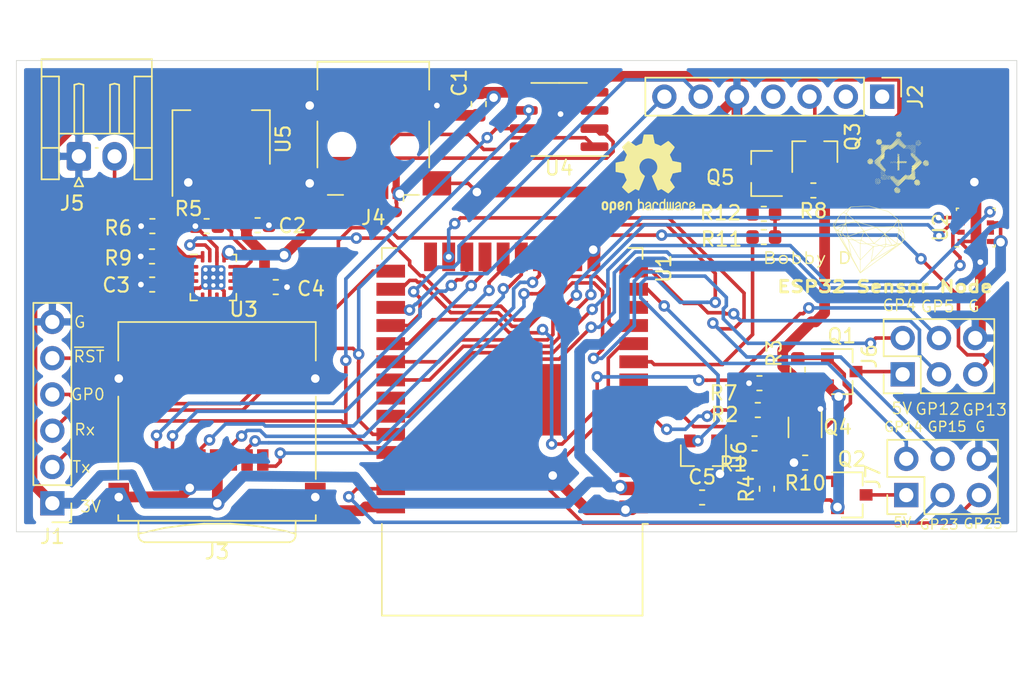
<source format=kicad_pcb>
(kicad_pcb (version 20171130) (host pcbnew 5.1.4+dfsg1-1)
  (layers (0 F.Cu signal) (31 B.Cu signal) (34 B.Paste user) (35 F.Paste user) (36 B.SilkS user) (37 F.SilkS user) (38 B.Mask user) (39 F.Mask user) (44 Edge.Cuts user))
  (net 0 "")
  (net 1 +3V3)
  (net 2 /TxD)
  (net 3 /RxD)
  (net 4 /IO0)
  (net 5 /EN)
  (net 6 GND)
  (net 7 "Net-(J2-Pad1)")
  (net 8 "Net-(J2-Pad2)")
  (net 9 +5V)
  (net 10 "Net-(J2-Pad4)")
  (net 11 /SDS011_RxD)
  (net 12 /SDS011_TxD)
  (net 13 /D1)
  (net 14 /D0)
  (net 15 /CLK)
  (net 16 /CMD)
  (net 17 /D3)
  (net 18 /D2)
  (net 19 "Net-(J4-Pad2)")
  (net 20 "Net-(J4-Pad3)")
  (net 21 "Net-(J4-Pad4)")
  (net 22 "Net-(U1-Pad4)")
  (net 23 "Net-(U1-Pad5)")
  (net 24 "Net-(U1-Pad8)")
  (net 25 "Net-(U1-Pad12)")
  (net 26 "Net-(U1-Pad24)")
  (net 27 /BME280_SCK)
  (net 28 /BME280_MOSI)
  (net 29 "Net-(U1-Pad32)")
  (net 30 /BME280_MISO)
  (net 31 /~BME280_SS)
  (net 32 "Net-(U3-Pad7)")
  (net 33 "Net-(U3-Pad9)")
  (net 34 "Net-(U4-Pad4)")
  (net 35 "Net-(U4-Pad8)")
  (net 36 /USB_5V)
  (net 37 "Net-(C3-Pad1)")
  (net 38 "Net-(J2-Pad3)")
  (net 39 /IO13)
  (net 40 /IO5)
  (net 41 /IO12)
  (net 42 /IO4)
  (net 43 "Net-(J6-Pad1)")
  (net 44 "Net-(J7-Pad1)")
  (net 45 /IO14)
  (net 46 /IO23)
  (net 47 /IO15)
  (net 48 /IO25)
  (net 49 "Net-(Q1-Pad1)")
  (net 50 "Net-(Q2-Pad1)")
  (net 51 "Net-(Q3-Pad1)")
  (net 52 /power_sao1)
  (net 53 /power_sao0)
  (net 54 "Net-(R5-Pad1)")
  (net 55 "Net-(R6-Pad1)")
  (net 56 /power_sds011)
  (net 57 /Enable_5V)
  (net 58 "Net-(R9-Pad1)")
  (net 59 "Net-(Q4-Pad5)")
  (net 60 "Net-(Q4-Pad2)")
  (net 61 "Net-(Q5-Pad1)")
  (module Capacitor_SMD:C_0603_1608Metric (layer F.Cu) (at 97.9806 72.5946)
    (fp_text reference C5 (at 0 -1.43) (layer F.SilkS))
    (fp_text value "10u 5v")
    (pad 1 smd roundrect (at -0.7875 0) (size 0.875 0.95) (layers F.Cu F.Paste F.Mask) (net 1 +3V3))
    (pad 2 smd roundrect (at 0.7875 0) (size 0.875 0.95) (layers F.Cu F.Paste F.Mask) (net 6 GND))
  )
  (module logo:diamond (layer F.Cu) (at 109.6519 54.5225)
    (fp_text reference G*** hide)
    (fp_text value LOGO hide)
  )
  (module Symbol:OSHW-Logo2_7.3x6mm_SilkScreen (layer F.Cu) (at 94.2214 49.9378)
    (fp_text reference REF** hide)
    (fp_text value OSHW-Logo2_7.3x6mm_SilkScreen hide)
  )
  (module progcode-resources:pc3 (layer F.Cu) (at 111.6839 49.1123)
    (fp_text reference G*** hide)
    (fp_text value LOGO hide)
  )
  (module Connector_PinHeader_2.54mm:PinHeader_1x06_P2.54mm_Vertical (layer F.Cu) (at 52.5146 73.001 180)
    (fp_text reference J1 (at 0 -2.33) (layer F.SilkS))
    (fp_text value Conn_01x06_Female hide)
    (pad 1 thru_hole rect (at 0 0 180) (size 1.7 1.7) (drill 1) (layers *.Cu *.Mask) (net 1 +3V3))
    (pad 2 thru_hole oval (at 0 2.54 180) (size 1.7 1.7) (drill 1) (layers *.Cu *.Mask) (net 2 /TxD))
    (pad 3 thru_hole oval (at 0 5.08 180) (size 1.7 1.7) (drill 1) (layers *.Cu *.Mask) (net 3 /RxD))
    (pad 4 thru_hole oval (at 0 7.62 180) (size 1.7 1.7) (drill 1) (layers *.Cu *.Mask) (net 4 /IO0))
    (pad 5 thru_hole oval (at 0 10.16 180) (size 1.7 1.7) (drill 1) (layers *.Cu *.Mask) (net 5 /EN))
    (pad 6 thru_hole oval (at 0 12.7 180) (size 1.7 1.7) (drill 1) (layers *.Cu *.Mask) (net 6 GND))
  )
  (module Connector_PinHeader_2.54mm:PinHeader_1x07_P2.54mm_Vertical (layer F.Cu) (at 110.579 44.5276 270)
    (fp_text reference J2 (at 0 -2.33 90) (layer F.SilkS))
    (fp_text value Conn_01x07_Male)
    (pad 1 thru_hole rect (at 0 0 270) (size 1.7 1.7) (drill 1) (layers *.Cu *.Mask) (net 7 "Net-(J2-Pad1)"))
    (pad 2 thru_hole oval (at 0 2.54 270) (size 1.7 1.7) (drill 1) (layers *.Cu *.Mask) (net 8 "Net-(J2-Pad2)"))
    (pad 3 thru_hole oval (at 0 5.08 270) (size 1.7 1.7) (drill 1) (layers *.Cu *.Mask) (net 38 "Net-(J2-Pad3)"))
    (pad 4 thru_hole oval (at 0 7.62 270) (size 1.7 1.7) (drill 1) (layers *.Cu *.Mask) (net 10 "Net-(J2-Pad4)"))
    (pad 5 thru_hole oval (at 0 10.16 270) (size 1.7 1.7) (drill 1) (layers *.Cu *.Mask) (net 6 GND))
    (pad 6 thru_hole oval (at 0 12.7 270) (size 1.7 1.7) (drill 1) (layers *.Cu *.Mask) (net 11 /SDS011_RxD))
    (pad 7 thru_hole oval (at 0 15.24 270) (size 1.7 1.7) (drill 1) (layers *.Cu *.Mask) (net 12 /SDS011_TxD))
  )
  (module Connector_Card:microSD_HC_Wuerth_693072010801 (layer F.Cu) (at 64.0378 68.4192 180)
    (fp_text reference J3 (at 0 -7.99) (layer F.SilkS))
    (fp_text value Micro_SD_Card)
    (pad 9 smd rect (at 6.875 -4.15 180) (size 1.45 2) (layers F.Cu F.Paste F.Mask) (net 6 GND))
    (pad 9 smd rect (at -6.875 -4.15 180) (size 1.45 2) (layers F.Cu F.Paste F.Mask) (net 6 GND))
    (pad 9 smd rect (at -6.875 4.15 180) (size 1.45 2) (layers F.Cu F.Paste F.Mask) (net 6 GND))
    (pad 9 smd rect (at 6.875 4.15 180) (size 1.45 2) (layers F.Cu F.Paste F.Mask) (net 6 GND))
    (pad 8 smd rect (at 4.5 -1.55 180) (size 0.8 1.5) (layers F.Cu F.Paste F.Mask) (net 13 /D1))
    (pad 7 smd rect (at 3.4 -1.55 180) (size 0.8 1.5) (layers F.Cu F.Paste F.Mask) (net 14 /D0))
    (pad 6 smd rect (at 2.3 -1.55 180) (size 0.8 1.5) (layers F.Cu F.Paste F.Mask) (net 6 GND))
    (pad 5 smd rect (at 1.2 -1.55 180) (size 0.8 1.5) (layers F.Cu F.Paste F.Mask) (net 15 /CLK))
    (pad 4 smd rect (at 0.1 -1.55 180) (size 0.8 1.5) (layers F.Cu F.Paste F.Mask) (net 1 +3V3))
    (pad 3 smd rect (at -1 -1.55 180) (size 0.8 1.5) (layers F.Cu F.Paste F.Mask) (net 16 /CMD))
    (pad 2 smd rect (at -2.1 -1.55 180) (size 0.8 1.5) (layers F.Cu F.Paste F.Mask) (net 17 /D3))
    (pad 1 smd rect (at -3.2 -1.55 180) (size 0.8 1.5) (layers F.Cu F.Paste F.Mask) (net 18 /D2))
  )
  (module Connector_USB:USB_Mini-B_Lumberg_2486_01_Horizontal (layer F.Cu) (at 74.9732 47.9982 180)
    (fp_text reference J4 (at 0 -5) (layer F.SilkS))
    (fp_text value USB_B_Mini)
    (pad 1 smd rect (at -1.6 -2.7 180) (size 0.5 2) (layers F.Cu F.Paste F.Mask) (net 36 /USB_5V))
    (pad 2 smd rect (at -0.8 -2.7 180) (size 0.5 2) (layers F.Cu F.Paste F.Mask) (net 19 "Net-(J4-Pad2)"))
    (pad 3 smd rect (at 0 -2.7 180) (size 0.5 2) (layers F.Cu F.Paste F.Mask) (net 20 "Net-(J4-Pad3)"))
    (pad 4 smd rect (at 0.8 -2.7 180) (size 0.5 2) (layers F.Cu F.Paste F.Mask) (net 21 "Net-(J4-Pad4)"))
    (pad 5 smd rect (at 1.6 -2.7 180) (size 0.5 2) (layers F.Cu F.Paste F.Mask) (net 6 GND))
    (pad 6 smd rect (at -4.45 -2.6 180) (size 2 1.7) (layers F.Cu F.Paste F.Mask) (net 6 GND))
    (pad 6 smd rect (at -4.45 2.85 180) (size 2 1.7) (layers F.Cu F.Paste F.Mask) (net 6 GND))
    (pad 6 smd rect (at 4.45 -2.6 180) (size 2 1.7) (layers F.Cu F.Paste F.Mask) (net 6 GND))
    (pad 6 smd rect (at 4.45 2.85 180) (size 2 1.7) (layers F.Cu F.Paste F.Mask) (net 6 GND))
    (pad "" np_thru_hole circle (at -2.2 0 180) (size 1 1) (drill 1) (layers *.Cu *.Mask))
    (pad "" np_thru_hole circle (at 2.2 0 180) (size 1 1) (drill 1) (layers *.Cu *.Mask))
  )
  (module RF_Module:ESP32-WROOM-32 (layer F.Cu) (at 84.6927 65 180)
    (fp_text reference U1 (at -10.61 8.43 90) (layer F.SilkS))
    (fp_text value ESP32-WROOM-32)
    (pad 39 smd rect (at -1 -0.755 180) (size 5 5) (layers F.Cu F.Paste F.Mask))
    (pad 1 smd rect (at -8.5 -8.255 180) (size 2 0.9) (layers F.Cu F.Paste F.Mask) (net 6 GND))
    (pad 2 smd rect (at -8.5 -6.985 180) (size 2 0.9) (layers F.Cu F.Paste F.Mask) (net 1 +3V3))
    (pad 3 smd rect (at -8.5 -5.715 180) (size 2 0.9) (layers F.Cu F.Paste F.Mask) (net 5 /EN))
    (pad 4 smd rect (at -8.5 -4.445 180) (size 2 0.9) (layers F.Cu F.Paste F.Mask) (net 22 "Net-(U1-Pad4)"))
    (pad 5 smd rect (at -8.5 -3.175 180) (size 2 0.9) (layers F.Cu F.Paste F.Mask) (net 23 "Net-(U1-Pad5)"))
    (pad 6 smd rect (at -8.5 -1.905 180) (size 2 0.9) (layers F.Cu F.Paste F.Mask) (net 53 /power_sao0))
    (pad 7 smd rect (at -8.5 -0.635 180) (size 2 0.9) (layers F.Cu F.Paste F.Mask) (net 52 /power_sao1))
    (pad 8 smd rect (at -8.5 0.635 180) (size 2 0.9) (layers F.Cu F.Paste F.Mask) (net 24 "Net-(U1-Pad8)"))
    (pad 9 smd rect (at -8.5 1.905 180) (size 2 0.9) (layers F.Cu F.Paste F.Mask) (net 56 /power_sds011))
    (pad 10 smd rect (at -8.5 3.175 180) (size 2 0.9) (layers F.Cu F.Paste F.Mask) (net 48 /IO25))
    (pad 11 smd rect (at -8.5 4.445 180) (size 2 0.9) (layers F.Cu F.Paste F.Mask) (net 57 /Enable_5V))
    (pad 12 smd rect (at -8.5 5.715 180) (size 2 0.9) (layers F.Cu F.Paste F.Mask) (net 25 "Net-(U1-Pad12)"))
    (pad 13 smd rect (at -8.5 6.985 180) (size 2 0.9) (layers F.Cu F.Paste F.Mask) (net 45 /IO14))
    (pad 14 smd rect (at -8.5 8.255 180) (size 2 0.9) (layers F.Cu F.Paste F.Mask) (net 41 /IO12))
    (pad 15 smd rect (at -5.715 9.255 270) (size 2 0.9) (layers F.Cu F.Paste F.Mask) (net 6 GND))
    (pad 16 smd rect (at -4.445 9.255 270) (size 2 0.9) (layers F.Cu F.Paste F.Mask) (net 39 /IO13))
    (pad 17 smd rect (at -3.175 9.255 270) (size 2 0.9) (layers F.Cu F.Paste F.Mask) (net 18 /D2))
    (pad 18 smd rect (at -1.905 9.255 270) (size 2 0.9) (layers F.Cu F.Paste F.Mask) (net 17 /D3))
    (pad 19 smd rect (at -0.635 9.255 270) (size 2 0.9) (layers F.Cu F.Paste F.Mask) (net 16 /CMD))
    (pad 20 smd rect (at 0.635 9.255 270) (size 2 0.9) (layers F.Cu F.Paste F.Mask) (net 15 /CLK))
    (pad 21 smd rect (at 1.905 9.255 270) (size 2 0.9) (layers F.Cu F.Paste F.Mask) (net 14 /D0))
    (pad 22 smd rect (at 3.175 9.255 270) (size 2 0.9) (layers F.Cu F.Paste F.Mask) (net 13 /D1))
    (pad 23 smd rect (at 4.445 9.255 270) (size 2 0.9) (layers F.Cu F.Paste F.Mask) (net 47 /IO15))
    (pad 24 smd rect (at 5.715 9.255 270) (size 2 0.9) (layers F.Cu F.Paste F.Mask) (net 26 "Net-(U1-Pad24)"))
    (pad 25 smd rect (at 8.5 8.255 180) (size 2 0.9) (layers F.Cu F.Paste F.Mask) (net 4 /IO0))
    (pad 26 smd rect (at 8.5 6.985 180) (size 2 0.9) (layers F.Cu F.Paste F.Mask) (net 42 /IO4))
    (pad 27 smd rect (at 8.5 5.715 180) (size 2 0.9) (layers F.Cu F.Paste F.Mask) (net 12 /SDS011_TxD))
    (pad 28 smd rect (at 8.5 4.445 180) (size 2 0.9) (layers F.Cu F.Paste F.Mask) (net 11 /SDS011_RxD))
    (pad 29 smd rect (at 8.5 3.175 180) (size 2 0.9) (layers F.Cu F.Paste F.Mask) (net 40 /IO5))
    (pad 30 smd rect (at 8.5 1.905 180) (size 2 0.9) (layers F.Cu F.Paste F.Mask) (net 27 /BME280_SCK))
    (pad 31 smd rect (at 8.5 0.635 180) (size 2 0.9) (layers F.Cu F.Paste F.Mask) (net 28 /BME280_MOSI))
    (pad 32 smd rect (at 8.5 -0.635 180) (size 2 0.9) (layers F.Cu F.Paste F.Mask) (net 29 "Net-(U1-Pad32)"))
    (pad 33 smd rect (at 8.5 -1.905 180) (size 2 0.9) (layers F.Cu F.Paste F.Mask) (net 30 /BME280_MISO))
    (pad 34 smd rect (at 8.5 -3.175 180) (size 2 0.9) (layers F.Cu F.Paste F.Mask) (net 3 /RxD))
    (pad 35 smd rect (at 8.5 -4.445 180) (size 2 0.9) (layers F.Cu F.Paste F.Mask) (net 2 /TxD))
    (pad 36 smd rect (at 8.5 -5.715 180) (size 2 0.9) (layers F.Cu F.Paste F.Mask) (net 31 /~BME280_SS))
    (pad 37 smd rect (at 8.5 -6.985 180) (size 2 0.9) (layers F.Cu F.Paste F.Mask) (net 46 /IO23))
    (pad 38 smd rect (at 8.5 -8.255 180) (size 2 0.9) (layers F.Cu F.Paste F.Mask) (net 6 GND))
  )
  (module Package_LGA:Bosch_LGA-8_2.5x2.5mm_P0.65mm_ClockwisePinNumbering (layer F.Cu) (at 117.1285 53.6941 90)
    (fp_text reference U2 (at 0.015 -2.465 90) (layer F.SilkS))
    (fp_text value BME280)
    (pad 4 smd rect (at 0.975 -1.025 180) (size 0.5 0.35) (layers F.Cu F.Paste F.Mask) (net 27 /BME280_SCK))
    (pad 3 smd rect (at 0.325 -1.025 180) (size 0.5 0.35) (layers F.Cu F.Paste F.Mask) (net 28 /BME280_MOSI))
    (pad 2 smd rect (at -0.325 -1.025 180) (size 0.5 0.35) (layers F.Cu F.Paste F.Mask) (net 31 /~BME280_SS))
    (pad 1 smd rect (at -0.975 -1.025 180) (size 0.5 0.35) (layers F.Cu F.Paste F.Mask) (net 6 GND))
    (pad 8 smd rect (at -0.975 1.025 180) (size 0.5 0.35) (layers F.Cu F.Paste F.Mask) (net 1 +3V3))
    (pad 7 smd rect (at -0.325 1.025 180) (size 0.5 0.35) (layers F.Cu F.Paste F.Mask) (net 6 GND))
    (pad 6 smd rect (at 0.325 1.025 180) (size 0.5 0.35) (layers F.Cu F.Paste F.Mask) (net 1 +3V3))
    (pad 5 smd rect (at 0.975 1.025 180) (size 0.5 0.35) (layers F.Cu F.Paste F.Mask) (net 30 /BME280_MISO))
  )
  (module Package_DFN_QFN:QFN-16-1EP_3x3mm_P0.5mm_EP1.7x1.7mm_ThermalVias (layer F.Cu) (at 63.7788 57.1917)
    (fp_text reference U3 (at 2.1216 2.233) (layer F.SilkS))
    (fp_text value BQ24075)
    (pad 17 smd roundrect (at 0 0) (size 1.7 1.7) (layers F.Cu F.Mask) (roundrect_rratio 0.147059) (net 6 GND))
    (pad 17 thru_hole circle (at -0.55 -0.55) (size 0.6 0.6) (drill 0.3) (layers *.Cu) (net 6 GND))
    (pad 17 thru_hole circle (at 0 -0.55) (size 0.6 0.6) (drill 0.3) (layers *.Cu) (net 6 GND))
    (pad 17 thru_hole circle (at 0.55 -0.55) (size 0.6 0.6) (drill 0.3) (layers *.Cu) (net 6 GND))
    (pad 17 thru_hole circle (at -0.55 0) (size 0.6 0.6) (drill 0.3) (layers *.Cu) (net 6 GND))
    (pad 17 thru_hole circle (at 0 0) (size 0.6 0.6) (drill 0.3) (layers *.Cu) (net 6 GND))
    (pad 17 thru_hole circle (at 0.55 0) (size 0.6 0.6) (drill 0.3) (layers *.Cu) (net 6 GND))
    (pad 17 thru_hole circle (at -0.55 0.55) (size 0.6 0.6) (drill 0.3) (layers *.Cu) (net 6 GND))
    (pad 17 thru_hole circle (at 0 0.55) (size 0.6 0.6) (drill 0.3) (layers *.Cu) (net 6 GND))
    (pad 17 thru_hole circle (at 0.55 0.55) (size 0.6 0.6) (drill 0.3) (layers *.Cu) (net 6 GND))
    (pad 17 smd roundrect (at 0 0) (size 1.7 1.7) (layers B.Cu) (roundrect_rratio 0.147059) (net 6 GND))
    (pad 1 smd roundrect (at -1.45 -0.75) (size 0.8 0.25) (layers F.Cu F.Paste F.Mask) (net 58 "Net-(R9-Pad1)"))
    (pad 2 smd roundrect (at -1.45 -0.25) (size 0.8 0.25) (layers F.Cu F.Paste F.Mask) (net 37 "Net-(C3-Pad1)"))
    (pad 3 smd roundrect (at -1.45 0.25) (size 0.8 0.25) (layers F.Cu F.Paste F.Mask) (net 37 "Net-(C3-Pad1)"))
    (pad 4 smd roundrect (at -1.45 0.75) (size 0.8 0.25) (layers F.Cu F.Paste F.Mask) (net 6 GND))
    (pad 5 smd roundrect (at -0.75 1.45) (size 0.25 0.8) (layers F.Cu F.Paste F.Mask) (net 9 +5V))
    (pad 6 smd roundrect (at -0.25 1.45) (size 0.25 0.8) (layers F.Cu F.Paste F.Mask) (net 6 GND))
    (pad 7 smd roundrect (at 0.25 1.45) (size 0.25 0.8) (layers F.Cu F.Paste F.Mask) (net 32 "Net-(U3-Pad7)"))
    (pad 8 smd roundrect (at 0.75 1.45) (size 0.25 0.8) (layers F.Cu F.Paste F.Mask) (net 6 GND))
    (pad 9 smd roundrect (at 1.45 0.75) (size 0.8 0.25) (layers F.Cu F.Paste F.Mask) (net 33 "Net-(U3-Pad9)"))
    (pad 10 smd roundrect (at 1.45 0.25) (size 0.8 0.25) (layers F.Cu F.Paste F.Mask) (net 9 +5V))
    (pad 11 smd roundrect (at 1.45 -0.25) (size 0.8 0.25) (layers F.Cu F.Paste F.Mask) (net 9 +5V))
    (pad 12 smd roundrect (at 1.45 -0.75) (size 0.8 0.25) (layers F.Cu F.Paste F.Mask) (net 54 "Net-(R5-Pad1)"))
    (pad 13 smd roundrect (at 0.75 -1.45) (size 0.25 0.8) (layers F.Cu F.Paste F.Mask) (net 36 /USB_5V))
    (pad 14 smd roundrect (at 0.25 -1.45) (size 0.25 0.8) (layers F.Cu F.Paste F.Mask) (net 6 GND))
    (pad 15 smd roundrect (at -0.25 -1.45) (size 0.25 0.8) (layers F.Cu F.Paste F.Mask) (net 57 /Enable_5V))
    (pad 16 smd roundrect (at -0.75 -1.45) (size 0.25 0.8) (layers F.Cu F.Paste F.Mask) (net 55 "Net-(R6-Pad1)"))
  )
  (module Package_SO:SOIC-8_3.9x4.9mm_P1.27mm (layer F.Cu) (at 87.9745 46.1278 180)
    (fp_text reference U4 (at 0 -3.4) (layer F.SilkS))
    (fp_text value CH330N)
    (pad 1 smd roundrect (at -2.475 -1.905 180) (size 1.95 0.6) (layers F.Cu F.Paste F.Mask) (net 20 "Net-(J4-Pad3)"))
    (pad 2 smd roundrect (at -2.475 -0.635 180) (size 1.95 0.6) (layers F.Cu F.Paste F.Mask) (net 19 "Net-(J4-Pad2)"))
    (pad 3 smd roundrect (at -2.475 0.635 180) (size 1.95 0.6) (layers F.Cu F.Paste F.Mask) (net 6 GND))
    (pad 4 smd roundrect (at -2.475 1.905 180) (size 1.95 0.6) (layers F.Cu F.Paste F.Mask) (net 34 "Net-(U4-Pad4)"))
    (pad 5 smd roundrect (at 2.475 1.905 180) (size 1.95 0.6) (layers F.Cu F.Paste F.Mask) (net 36 /USB_5V))
    (pad 6 smd roundrect (at 2.475 0.635 180) (size 1.95 0.6) (layers F.Cu F.Paste F.Mask) (net 3 /RxD))
    (pad 7 smd roundrect (at 2.475 -0.635 180) (size 1.95 0.6) (layers F.Cu F.Paste F.Mask) (net 2 /TxD))
    (pad 8 smd roundrect (at 2.475 -1.905 180) (size 1.95 0.6) (layers F.Cu F.Paste F.Mask) (net 35 "Net-(U4-Pad8)"))
  )
  (module Package_TO_SOT_SMD:SOT-223-3_TabPin2 (layer F.Cu) (at 64.3269 47.3847 90)
    (fp_text reference U5 (at -0.1147 4.3421 90) (layer F.SilkS))
    (fp_text value LM1117-3.3)
    (pad 2 smd rect (at 3.15 0 90) (size 2 3.8) (layers F.Cu F.Paste F.Mask) (net 1 +3V3))
    (pad 2 smd rect (at -3.15 0 90) (size 2 1.5) (layers F.Cu F.Paste F.Mask) (net 1 +3V3))
    (pad 3 smd rect (at -3.15 2.3 90) (size 2 1.5) (layers F.Cu F.Paste F.Mask) (net 9 +5V))
    (pad 1 smd rect (at -3.15 -2.3 90) (size 2 1.5) (layers F.Cu F.Paste F.Mask) (net 6 GND))
  )
  (module Capacitor_SMD:C_0603_1608Metric (layer F.Cu) (at 82.3469 45.0482 90)
    (fp_text reference C1 (at 1.4858 -1.3589 90) (layer F.SilkS))
    (fp_text value "2.2u 10v")
    (pad 1 smd roundrect (at -0.7875 0 90) (size 0.875 0.95) (layers F.Cu F.Paste F.Mask) (net 6 GND))
    (pad 2 smd roundrect (at 0.7875 0 90) (size 0.875 0.95) (layers F.Cu F.Paste F.Mask) (net 36 /USB_5V))
  )
  (module Capacitor_SMD:C_0603_1608Metric (layer F.Cu) (at 66.8784 53.5319)
    (fp_text reference C2 (at 2.4256 0.0381) (layer F.SilkS))
    (fp_text value "10u 10v")
    (pad 2 smd roundrect (at 0.7875 0) (size 0.875 0.95) (layers F.Cu F.Paste F.Mask) (net 6 GND))
    (pad 1 smd roundrect (at -0.7875 0) (size 0.875 0.95) (layers F.Cu F.Paste F.Mask) (net 9 +5V))
  )
  (module Capacitor_SMD:C_0603_1608Metric (layer F.Cu) (at 59.4995 57.6848 180)
    (fp_text reference C3 (at 2.5145 -0.0381) (layer F.SilkS))
    (fp_text value "2.2u 5v")
    (pad 1 smd roundrect (at -0.7875 0 180) (size 0.875 0.95) (layers F.Cu F.Paste F.Mask) (net 37 "Net-(C3-Pad1)"))
    (pad 2 smd roundrect (at 0.7875 0 180) (size 0.875 0.95) (layers F.Cu F.Paste F.Mask) (net 6 GND))
  )
  (module Capacitor_SMD:C_0603_1608Metric (layer F.Cu) (at 68.1483 57.8626)
    (fp_text reference C4 (at 2.4638 0.1143) (layer F.SilkS))
    (fp_text value "2.2u 10v")
    (pad 2 smd roundrect (at 0.7875 0) (size 0.875 0.95) (layers F.Cu F.Paste F.Mask) (net 6 GND))
    (pad 1 smd roundrect (at -0.7875 0) (size 0.875 0.95) (layers F.Cu F.Paste F.Mask) (net 9 +5V))
  )
  (module Connector_PinHeader_2.54mm:PinHeader_2x03_P2.54mm_Vertical (layer F.Cu) (at 112.0141 63.9713 90)
    (fp_text reference J6 (at 1.27 -2.33 90) (layer F.SilkS))
    (fp_text value Conn_02x03_Odd_Even)
    (pad 6 thru_hole oval (at 2.54 5.08 90) (size 1.7 1.7) (drill 1) (layers *.Cu *.Mask) (net 6 GND))
    (pad 5 thru_hole oval (at 0 5.08 90) (size 1.7 1.7) (drill 1) (layers *.Cu *.Mask) (net 39 /IO13))
    (pad 4 thru_hole oval (at 2.54 2.54 90) (size 1.7 1.7) (drill 1) (layers *.Cu *.Mask) (net 40 /IO5))
    (pad 3 thru_hole oval (at 0 2.54 90) (size 1.7 1.7) (drill 1) (layers *.Cu *.Mask) (net 41 /IO12))
    (pad 2 thru_hole oval (at 2.54 0 90) (size 1.7 1.7) (drill 1) (layers *.Cu *.Mask) (net 42 /IO4))
    (pad 1 thru_hole rect (at 0 0 90) (size 1.7 1.7) (drill 1) (layers *.Cu *.Mask) (net 43 "Net-(J6-Pad1)"))
  )
  (module Connector_PinHeader_2.54mm:PinHeader_2x03_P2.54mm_Vertical (layer F.Cu) (at 112.2681 72.4295 90)
    (fp_text reference J7 (at 1.27 -2.33 90) (layer F.SilkS))
    (fp_text value Conn_02x03_Odd_Even)
    (pad 1 thru_hole rect (at 0 0 90) (size 1.7 1.7) (drill 1) (layers *.Cu *.Mask) (net 44 "Net-(J7-Pad1)"))
    (pad 2 thru_hole oval (at 2.54 0 90) (size 1.7 1.7) (drill 1) (layers *.Cu *.Mask) (net 45 /IO14))
    (pad 3 thru_hole oval (at 0 2.54 90) (size 1.7 1.7) (drill 1) (layers *.Cu *.Mask) (net 46 /IO23))
    (pad 4 thru_hole oval (at 2.54 2.54 90) (size 1.7 1.7) (drill 1) (layers *.Cu *.Mask) (net 47 /IO15))
    (pad 5 thru_hole oval (at 0 5.08 90) (size 1.7 1.7) (drill 1) (layers *.Cu *.Mask) (net 48 /IO25))
    (pad 6 thru_hole oval (at 2.54 5.08 90) (size 1.7 1.7) (drill 1) (layers *.Cu *.Mask) (net 6 GND))
  )
  (module Package_TO_SOT_SMD:SOT-23 (layer F.Cu) (at 107.7502 63.7808)
    (fp_text reference Q1 (at 0 -2.5) (layer F.SilkS))
    (fp_text value NDS3332P)
    (pad 1 smd rect (at -1 -0.95) (size 0.9 0.8) (layers F.Cu F.Paste F.Mask) (net 49 "Net-(Q1-Pad1)"))
    (pad 2 smd rect (at -1 0.95) (size 0.9 0.8) (layers F.Cu F.Paste F.Mask) (net 9 +5V))
    (pad 3 smd rect (at 1 0) (size 0.9 0.8) (layers F.Cu F.Paste F.Mask) (net 43 "Net-(J6-Pad1)"))
  )
  (module Package_TO_SOT_SMD:SOT-23 (layer F.Cu) (at 108.4548 72.4143)
    (fp_text reference Q2 (at 0 -2.5) (layer F.SilkS))
    (fp_text value NDS3332P)
    (pad 3 smd rect (at 1 0) (size 0.9 0.8) (layers F.Cu F.Paste F.Mask) (net 44 "Net-(J7-Pad1)"))
    (pad 2 smd rect (at -1 0.95) (size 0.9 0.8) (layers F.Cu F.Paste F.Mask) (net 9 +5V))
    (pad 1 smd rect (at -1 -0.95) (size 0.9 0.8) (layers F.Cu F.Paste F.Mask) (net 50 "Net-(Q2-Pad1)"))
  )
  (module Package_TO_SOT_SMD:SOT-23 (layer F.Cu) (at 105.8673 48.4105 90)
    (fp_text reference Q3 (at 1.0762 2.6416 90) (layer F.SilkS))
    (fp_text value NDS3332P)
    (pad 1 smd rect (at -1 -0.95 90) (size 0.9 0.8) (layers F.Cu F.Paste F.Mask) (net 51 "Net-(Q3-Pad1)"))
    (pad 2 smd rect (at -1 0.95 90) (size 0.9 0.8) (layers F.Cu F.Paste F.Mask) (net 9 +5V))
    (pad 3 smd rect (at 1 0 90) (size 0.9 0.8) (layers F.Cu F.Paste F.Mask) (net 38 "Net-(J2-Pad3)"))
  )
  (module Resistor_SMD:R_0603_1608Metric (layer F.Cu) (at 104.6735 63.6412 90)
    (fp_text reference R3 (at 1.1431 -1.651 90) (layer F.SilkS))
    (fp_text value 10k)
    (pad 2 smd roundrect (at 0.7875 0 90) (size 0.875 0.95) (layers F.Cu F.Paste F.Mask) (net 49 "Net-(Q1-Pad1)"))
    (pad 1 smd roundrect (at -0.7875 0 90) (size 0.875 0.95) (layers F.Cu F.Paste F.Mask) (net 9 +5V))
  )
  (module Resistor_SMD:R_0603_1608Metric (layer F.Cu) (at 102.5145 71.9851 90)
    (fp_text reference R4 (at 0 -1.43 90) (layer F.SilkS))
    (fp_text value 10k)
    (pad 1 smd roundrect (at -0.7875 0 90) (size 0.875 0.95) (layers F.Cu F.Paste F.Mask) (net 9 +5V))
    (pad 2 smd roundrect (at 0.7875 0 90) (size 0.875 0.95) (layers F.Cu F.Paste F.Mask) (net 50 "Net-(Q2-Pad1)"))
  )
  (module Resistor_SMD:R_0603_1608Metric (layer F.Cu) (at 63.3097 53.5954 180)
    (fp_text reference R5 (at 1.2701 1.2192) (layer F.SilkS))
    (fp_text value 1.18k)
    (pad 2 smd roundrect (at 0.7875 0 180) (size 0.875 0.95) (layers F.Cu F.Paste F.Mask) (net 6 GND))
    (pad 1 smd roundrect (at -0.7875 0 180) (size 0.875 0.95) (layers F.Cu F.Paste F.Mask) (net 54 "Net-(R5-Pad1)"))
  )
  (module Resistor_SMD:R_0603_1608Metric (layer F.Cu) (at 59.5123 53.5954 180)
    (fp_text reference R6 (at 2.3876 -0.127) (layer F.SilkS))
    (fp_text value 1.13k)
    (pad 1 smd roundrect (at -0.7875 0 180) (size 0.875 0.95) (layers F.Cu F.Paste F.Mask) (net 55 "Net-(R6-Pad1)"))
    (pad 2 smd roundrect (at 0.7875 0 180) (size 0.875 0.95) (layers F.Cu F.Paste F.Mask) (net 6 GND))
  )
  (module Resistor_SMD:R_0603_1608Metric (layer F.Cu) (at 105.7658 51.0935 180)
    (fp_text reference R8 (at 0 -1.43) (layer F.SilkS))
    (fp_text value 10k)
    (pad 2 smd roundrect (at 0.7875 0 180) (size 0.875 0.95) (layers F.Cu F.Paste F.Mask) (net 51 "Net-(Q3-Pad1)"))
    (pad 1 smd roundrect (at -0.7875 0 180) (size 0.875 0.95) (layers F.Cu F.Paste F.Mask) (net 9 +5V))
  )
  (module Resistor_SMD:R_0603_1608Metric (layer F.Cu) (at 59.487 55.7163 180)
    (fp_text reference R9 (at 2.3623 -0.1143) (layer F.SilkS))
    (fp_text value 10k)
    (pad 1 smd roundrect (at -0.7875 0 180) (size 0.875 0.95) (layers F.Cu F.Paste F.Mask) (net 58 "Net-(R9-Pad1)"))
    (pad 2 smd roundrect (at 0.7875 0 180) (size 0.875 0.95) (layers F.Cu F.Paste F.Mask) (net 6 GND))
  )
  (module Package_TO_SOT_SMD:SOT-363_SC-70-6 (layer F.Cu) (at 105.1838 67.6899 270)
    (fp_text reference Q4 (at -0.0229 -2.2837 180) (layer F.SilkS))
    (fp_text value MMDT2222A)
    (pad 1 smd rect (at -0.95 -0.65 270) (size 0.65 0.4) (layers F.Cu F.Paste F.Mask) (net 6 GND))
    (pad 3 smd rect (at -0.95 0.65 270) (size 0.65 0.4) (layers F.Cu F.Paste F.Mask) (net 50 "Net-(Q2-Pad1)"))
    (pad 5 smd rect (at 0.95 0 270) (size 0.65 0.4) (layers F.Cu F.Paste F.Mask) (net 59 "Net-(Q4-Pad5)"))
    (pad 2 smd rect (at -0.95 0 270) (size 0.65 0.4) (layers F.Cu F.Paste F.Mask) (net 60 "Net-(Q4-Pad2)"))
    (pad 4 smd rect (at 0.95 0.65 270) (size 0.65 0.4) (layers F.Cu F.Paste F.Mask) (net 6 GND))
    (pad 6 smd rect (at 0.95 -0.65 270) (size 0.65 0.4) (layers F.Cu F.Paste F.Mask) (net 49 "Net-(Q1-Pad1)"))
  )
  (module Resistor_SMD:R_0603_1608Metric (layer F.Cu) (at 101.6509 68.81 180)
    (fp_text reference R1 (at 1.4859 -1.4478) (layer F.SilkS))
    (fp_text value 220R)
    (pad 1 smd roundrect (at -0.7875 0 180) (size 0.875 0.95) (layers F.Cu F.Paste F.Mask) (net 59 "Net-(Q4-Pad5)"))
    (pad 2 smd roundrect (at 0.7875 0 180) (size 0.875 0.95) (layers F.Cu F.Paste F.Mask) (net 52 /power_sao1))
  )
  (module Resistor_SMD:R_0603_1608Metric (layer F.Cu) (at 101.8795 66.4732 180)
    (fp_text reference R2 (at 2.3241 -0.3175) (layer F.SilkS))
    (fp_text value 220R)
    (pad 2 smd roundrect (at 0.7875 0 180) (size 0.875 0.95) (layers F.Cu F.Paste F.Mask) (net 53 /power_sao0))
    (pad 1 smd roundrect (at -0.7875 0 180) (size 0.875 0.95) (layers F.Cu F.Paste F.Mask) (net 60 "Net-(Q4-Pad2)"))
  )
  (module Resistor_SMD:R_0603_1608Metric (layer F.Cu) (at 101.9937 64.5936 180)
    (fp_text reference R7 (at 2.5145 -0.6858) (layer F.SilkS))
    (fp_text value 10k)
    (pad 1 smd roundrect (at -0.7875 0 180) (size 0.875 0.95) (layers F.Cu F.Paste F.Mask) (net 60 "Net-(Q4-Pad2)"))
    (pad 2 smd roundrect (at 0.7875 0 180) (size 0.875 0.95) (layers F.Cu F.Paste F.Mask) (net 6 GND))
  )
  (module Resistor_SMD:R_0603_1608Metric (layer F.Cu) (at 105.1942 70.1562 180)
    (fp_text reference R10 (at 0 -1.43) (layer F.SilkS))
    (fp_text value 10k)
    (pad 2 smd roundrect (at 0.7875 0 180) (size 0.875 0.95) (layers F.Cu F.Paste F.Mask) (net 6 GND))
    (pad 1 smd roundrect (at -0.7875 0 180) (size 0.875 0.95) (layers F.Cu F.Paste F.Mask) (net 59 "Net-(Q4-Pad5)"))
  )
  (module Resistor_SMD:R_0603_1608Metric (layer F.Cu) (at 102.2985 54.3574 180)
    (fp_text reference R11 (at 2.959 -0.1524) (layer F.SilkS))
    (fp_text value 220R)
    (pad 2 smd roundrect (at 0.7875 0 180) (size 0.875 0.95) (layers F.Cu F.Paste F.Mask) (net 56 /power_sds011))
    (pad 1 smd roundrect (at -0.7875 0 180) (size 0.875 0.95) (layers F.Cu F.Paste F.Mask) (net 61 "Net-(Q5-Pad1)"))
  )
  (module Resistor_SMD:R_0603_1608Metric (layer F.Cu) (at 102.2985 52.7318 180)
    (fp_text reference R12 (at 3.0352 0.0635) (layer F.SilkS))
    (fp_text value 10k)
    (pad 1 smd roundrect (at -0.7875 0 180) (size 0.875 0.95) (layers F.Cu F.Paste F.Mask) (net 61 "Net-(Q5-Pad1)"))
    (pad 2 smd roundrect (at 0.7875 0 180) (size 0.875 0.95) (layers F.Cu F.Paste F.Mask) (net 6 GND))
  )
  (module Package_TO_SOT_SMD:SOT-23 (layer F.Cu) (at 102.1749 49.9099 180)
    (fp_text reference Q5 (at 2.9243 -0.2692) (layer F.SilkS))
    (fp_text value MMBT2222A)
    (pad 1 smd rect (at -1 -0.95 180) (size 0.9 0.8) (layers F.Cu F.Paste F.Mask) (net 61 "Net-(Q5-Pad1)"))
    (pad 2 smd rect (at -1 0.95 180) (size 0.9 0.8) (layers F.Cu F.Paste F.Mask) (net 51 "Net-(Q3-Pad1)"))
    (pad 3 smd rect (at 1 0 180) (size 0.9 0.8) (layers F.Cu F.Paste F.Mask) (net 6 GND))
  )
  (module Connector_JST:JST_EH_S2B-EH_1x02_P2.50mm_Horizontal (layer F.Cu) (at 54.3688 48.7059)
    (fp_text reference J5 (at -0.4699 3.2893) (layer F.SilkS))
    (fp_text value Conn_01x02_Male)
    (pad 1 thru_hole roundrect (at 0 0) (size 1.7 2) (drill 1) (layers *.Cu *.Mask) (roundrect_rratio 0.147059) (net 6 GND))
    (pad 2 thru_hole oval (at 2.5 0) (size 1.7 2) (drill 1) (layers *.Cu *.Mask) (net 37 "Net-(C3-Pad1)"))
  )
  (module Package_TO_SOT_SMD:SOT-23 (layer F.Cu) (at 98.0695 69.6355 270)
    (fp_text reference U6 (at 0 -2.5 90) (layer F.SilkS))
    (fp_text value TPS3839DBZ)
    (pad 1 smd rect (at -1 -0.95 270) (size 0.9 0.8) (layers F.Cu F.Paste F.Mask) (net 6 GND))
    (pad 2 smd rect (at -1 0.95 270) (size 0.9 0.8) (layers F.Cu F.Paste F.Mask) (net 5 /EN))
    (pad 3 smd rect (at 1 0 270) (size 0.9 0.8) (layers F.Cu F.Paste F.Mask) (net 1 +3V3))
  )
  (gr_text GP25 (at 117.6402 74.4234) (layer F.SilkS) (effects (font (size 0.7 0.7) (thickness 0.1))))
  (gr_text GP23 (at 114.5668 74.4869) (layer F.SilkS) (effects (font (size 0.7 0.7) (thickness 0.1))))
  (gr_text 5V (at 112.0014 74.3345) (layer F.SilkS) (effects (font (size 0.7 0.7) (thickness 0.1))))
  (gr_text G (at 117.4497 67.6416) (layer F.SilkS) (effects (font (size 0.7 0.7) (thickness 0.1))))
  (gr_text GP15 (at 115.1256 67.6416) (layer F.SilkS) (effects (font (size 0.7 0.7) (thickness 0.1))))
  (gr_text GP14 (at 112.0776 67.6543) (layer F.SilkS) (effects (font (size 0.7 0.7) (thickness 0.1))))
  (gr_text G (at 116.9925 59.1961) (layer F.SilkS) (effects (font (size 0.8 0.8) (thickness 0.1))))
  (gr_text 5V (at 111.9506 66.3589) (layer F.SilkS) (effects (font (size 0.8 0.8) (thickness 0.1))))
  (gr_text GP13 (at 117.7545 66.4605) (layer F.SilkS) (effects (font (size 0.8 0.8) (thickness 0.1))))
  (gr_text GP12 (at 114.4652 66.397) (layer F.SilkS) (effects (font (size 0.8 0.8) (thickness 0.1))))
  (gr_text GP5 (at 114.4652 59.2215) (layer F.SilkS) (effects (font (size 0.8 0.8) (thickness 0.1))))
  (gr_text GP4 (at 111.7855 59.1453) (layer F.SilkS) (effects (font (size 0.8 0.8) (thickness 0.1))))
  (gr_text 3V (at 55.1943 73.2296) (layer F.SilkS) (effects (font (size 0.8 0.8) (thickness 0.1))))
  (gr_text Tx (at 54.5466 70.461) (layer F.SilkS) (effects (font (size 0.8 0.8) (thickness 0.1))))
  (gr_text Rx (at 54.7752 67.8448) (layer F.SilkS) (effects (font (size 0.8 0.8) (thickness 0.1))))
  (gr_text GP0 (at 55.0038 65.381) (layer F.SilkS) (effects (font (size 0.8 0.8) (thickness 0.1))))
  (gr_text ~RST (at 55.08 62.7267) (layer F.SilkS) (effects (font (size 0.8 0.8) (thickness 0.1))))
  (gr_text G (at 54.4323 60.3137) (layer F.SilkS) (effects (font (size 0.8 0.8) (thickness 0.1))))
  (gr_text "Bobby D" (at 105.3339 55.8306) (layer F.SilkS) (effects (font (size 0.8 1) (thickness 0.1))))
  (gr_text "ESP32 Sensor Node" (at 110.7822 57.8372) (layer F.SilkS) (effects (font (size 0.8 1) (thickness 0.2))))
  (gr_line (start 50 42) (end 50 75) (layer Edge.Cuts) (width 0.05))
  (gr_line (start 120 75) (end 50 75) (layer Edge.Cuts) (width 0.05))
  (gr_line (start 120 42) (end 120 75) (layer Edge.Cuts) (width 0.05))
  (gr_line (start 50 42) (end 120 42) (layer Edge.Cuts) (width 0.05))
  (segment (start 64.2086 72.8513) (end 64.0589 73.001) (width 0.75) (layer F.Cu) (net 1))
  (via (at 64.0589 73.001) (size 1) (drill 0.6) (layers F.Cu B.Cu) (net 1))
  (segment (start 64.3269 44.2347) (end 64.3269 50.5347) (width 0.75) (layer F.Cu) (net 1))
  (segment (start 51.089599 49.468357) (end 51.089599 71.575999) (width 0.75) (layer F.Cu) (net 1))
  (segment (start 56.323256 44.2347) (end 51.089599 49.468357) (width 0.75) (layer F.Cu) (net 1))
  (segment (start 51.089599 71.575999) (end 52.5146 73.001) (width 0.75) (layer F.Cu) (net 1))
  (segment (start 64.3269 44.2347) (end 56.323256 44.2347) (width 0.75) (layer F.Cu) (net 1))
  (via (at 92.23971 71.865012) (size 1) (drill 0.6) (layers F.Cu B.Cu) (net 1))
  (segment (start 91.532604 71.865012) (end 92.23971 71.865012) (width 0.75) (layer B.Cu) (net 1))
  (segment (start 92.946816 71.865012) (end 92.23971 71.865012) (width 0.75) (layer F.Cu) (net 1))
  (segment (start 91.296196 71.628604) (end 91.532604 71.865012) (width 0.75) (layer B.Cu) (net 1))
  (segment (start 93.072712 71.865012) (end 92.946816 71.865012) (width 0.75) (layer F.Cu) (net 1))
  (segment (start 93.1927 71.985) (end 93.072712 71.865012) (width 0.75) (layer F.Cu) (net 1))
  (segment (start 91.296196 71.509609) (end 91.296196 71.628604) (width 0.75) (layer B.Cu) (net 1))
  (segment (start 58.0645 71.0071) (end 59.024602 73.001) (width 0.75) (layer B.Cu) (net 1))
  (segment (start 59.024602 73.001) (end 64.0589 73.001) (width 0.75) (layer B.Cu) (net 1))
  (segment (start 52.5146 73.001) (end 54.1146 73.001) (width 0.75) (layer B.Cu) (net 1))
  (segment (start 55.8928 71.0579) (end 58.0645 71.0071) (width 0.75) (layer B.Cu) (net 1))
  (segment (start 54.1146 73.001) (end 55.8928 71.0579) (width 0.75) (layer B.Cu) (net 1))
  (segment (start 90.057789 71.509609) (end 91.296196 71.509609) (width 0.75) (layer B.Cu) (net 1))
  (segment (start 64.0589 73.001) (end 65.875 71.096) (width 0.75) (layer B.Cu) (net 1))
  (segment (start 65.875 71.096) (end 73.6982 71.1722) (width 0.75) (layer B.Cu) (net 1))
  (segment (start 73.6982 71.1722) (end 75.153904 73.001) (width 0.75) (layer B.Cu) (net 1))
  (segment (start 88.566398 73.001) (end 90.057789 71.509609) (width 0.75) (layer B.Cu) (net 1))
  (segment (start 75.153904 73.001) (end 88.566398 73.001) (width 0.75) (layer B.Cu) (net 1))
  (segment (start 64.0589 70.0903) (end 63.9378 69.9692) (width 0.75) (layer F.Cu) (net 1))
  (segment (start 64.0589 73.001) (end 64.0589 70.0903) (width 0.75) (layer F.Cu) (net 1))
  (segment (start 103.962078 56.393976) (end 95.528356 56.393976) (width 0.75) (layer B.Cu) (net 1))
  (via (at 118.867564 54.718167) (size 1) (drill 0.6) (layers F.Cu B.Cu) (net 1))
  (segment (start 106.191191 58.623089) (end 103.962078 56.393976) (width 0.75) (layer B.Cu) (net 1))
  (segment (start 116.867011 58.623089) (end 106.191191 58.623089) (width 0.75) (layer B.Cu) (net 1))
  (segment (start 118.6535 53.3691) (end 118.1535 53.3691) (width 0.25) (layer F.Cu) (net 1))
  (segment (start 118.867564 54.718167) (end 118.202567 54.718167) (width 0.25) (layer F.Cu) (net 1))
  (segment (start 118.202567 54.718167) (end 118.1535 54.6691) (width 0.25) (layer F.Cu) (net 1))
  (segment (start 95.528356 56.393976) (end 95.236256 56.101876) (width 0.75) (layer B.Cu) (net 1))
  (segment (start 89.410998 69.624411) (end 91.296196 71.509609) (width 0.75) (layer B.Cu) (net 1))
  (segment (start 118.867564 56.622536) (end 116.867011 58.623089) (width 0.75) (layer B.Cu) (net 1))
  (segment (start 118.867564 54.718167) (end 118.867564 53.583164) (width 0.25) (layer F.Cu) (net 1))
  (segment (start 118.867564 54.718167) (end 118.867564 56.622536) (width 0.75) (layer B.Cu) (net 1))
  (segment (start 118.867564 53.583164) (end 118.6535 53.3691) (width 0.25) (layer F.Cu) (net 1))
  (segment (start 95.236256 56.101876) (end 93.587544 56.101876) (width 0.75) (layer B.Cu) (net 1))
  (segment (start 93.587544 56.101876) (end 92.536876 57.152544) (width 0.75) (layer B.Cu) (net 1))
  (segment (start 92.536876 57.152544) (end 92.536876 60.261756) (width 0.75) (layer B.Cu) (net 1))
  (segment (start 92.536876 60.261756) (end 90.919934 61.878698) (width 0.75) (layer B.Cu) (net 1))
  (segment (start 90.919934 61.878698) (end 89.917998 61.878698) (width 0.75) (layer B.Cu) (net 1))
  (segment (start 89.917998 61.878698) (end 89.410998 62.385698) (width 0.75) (layer B.Cu) (net 1))
  (segment (start 89.410998 62.385698) (end 89.410998 69.624411) (width 0.75) (layer B.Cu) (net 1))
  (segment (start 96.5835 71.985) (end 97.1931 72.5946) (width 0.75) (layer F.Cu) (net 1))
  (segment (start 93.1927 71.985) (end 96.5835 71.985) (width 0.75) (layer F.Cu) (net 1))
  (segment (start 97.1931 71.5119) (end 98.0695 70.6355) (width 0.75) (layer F.Cu) (net 1))
  (segment (start 97.1931 72.5946) (end 97.1931 71.5119) (width 0.75) (layer F.Cu) (net 1))
  (segment (start 74.9427 69.445) (end 73.0505 67.5528) (width 0.25) (layer F.Cu) (net 2))
  (segment (start 76.1927 69.445) (end 74.9427 69.445) (width 0.25) (layer F.Cu) (net 2))
  (via (at 73.0505 62.9934) (size 0.8) (drill 0.4) (layers F.Cu B.Cu) (net 2))
  (segment (start 73.0505 67.5528) (end 73.0505 62.9934) (width 0.25) (layer F.Cu) (net 2))
  (via (at 82.9438 47.3978) (size 0.8) (drill 0.4) (layers F.Cu B.Cu) (net 2))
  (segment (start 83.5788 46.7628) (end 82.9438 47.3978) (width 0.25) (layer F.Cu) (net 2))
  (segment (start 85.4995 46.7628) (end 83.5788 46.7628) (width 0.25) (layer F.Cu) (net 2))
  (segment (start 73.0505 62.427715) (end 73.0505 62.9934) (width 0.25) (layer B.Cu) (net 2))
  (segment (start 82.9438 47.3978) (end 73.0505 57.2911) (width 0.25) (layer B.Cu) (net 2))
  (segment (start 73.0505 57.2911) (end 73.0505 62.427715) (width 0.25) (layer B.Cu) (net 2))
  (segment (start 52.5146 70.461) (end 55.742078 67.233522) (width 0.25) (layer F.Cu) (net 2))
  (segment (start 72.731222 67.233522) (end 73.0505 67.5528) (width 0.25) (layer F.Cu) (net 2))
  (segment (start 55.742078 67.233522) (end 72.731222 67.233522) (width 0.25) (layer F.Cu) (net 2))
  (via (at 85.849023 45.478575) (size 0.8) (drill 0.4) (layers F.Cu B.Cu) (net 3))
  (segment (start 85.849023 45.478575) (end 85.7378 45.589798) (width 0.25) (layer F.Cu) (net 3))
  (segment (start 85.596498 45.589798) (end 85.4995 45.4928) (width 0.25) (layer F.Cu) (net 3))
  (segment (start 85.7378 45.589798) (end 85.596498 45.589798) (width 0.25) (layer F.Cu) (net 3))
  (via (at 73.950019 62.556491) (size 0.8) (drill 0.4) (layers F.Cu B.Cu) (net 3))
  (segment (start 73.9395 63.132695) (end 73.950019 63.122176) (width 0.25) (layer F.Cu) (net 3))
  (segment (start 76.1927 68.175) (end 74.9427 68.175) (width 0.25) (layer F.Cu) (net 3))
  (segment (start 73.950019 63.122176) (end 73.950019 62.556491) (width 0.25) (layer F.Cu) (net 3))
  (segment (start 73.9395 67.1718) (end 73.9395 63.132695) (width 0.25) (layer F.Cu) (net 3))
  (segment (start 74.9427 68.175) (end 73.9395 67.1718) (width 0.25) (layer F.Cu) (net 3))
  (segment (start 73.950019 62.556491) (end 73.55002 62.156492) (width 0.25) (layer F.Cu) (net 3))
  (segment (start 53.364599 67.071001) (end 52.5146 67.921) (width 0.25) (layer F.Cu) (net 3))
  (segment (start 70.167619 62.156492) (end 65.848099 66.476012) (width 0.25) (layer F.Cu) (net 3))
  (segment (start 53.959588 66.476012) (end 53.364599 67.071001) (width 0.25) (layer F.Cu) (net 3))
  (segment (start 73.55002 62.156492) (end 70.167619 62.156492) (width 0.25) (layer F.Cu) (net 3))
  (segment (start 65.848099 66.476012) (end 53.959588 66.476012) (width 0.25) (layer F.Cu) (net 3))
  (segment (start 73.950019 57.943264) (end 73.950019 61.990806) (width 0.25) (layer B.Cu) (net 3))
  (segment (start 85.849023 45.478575) (end 85.849023 46.04426) (width 0.25) (layer B.Cu) (net 3))
  (segment (start 73.950019 61.990806) (end 73.950019 62.556491) (width 0.25) (layer B.Cu) (net 3))
  (segment (start 85.849023 46.04426) (end 73.950019 57.943264) (width 0.25) (layer B.Cu) (net 3))
  (segment (start 53.716681 65.381) (end 52.5146 65.381) (width 0.25) (layer F.Cu) (net 4))
  (segment (start 74.9427 56.745) (end 65.661699 66.026001) (width 0.25) (layer F.Cu) (net 4))
  (segment (start 65.661699 66.026001) (end 54.361682 66.026001) (width 0.25) (layer F.Cu) (net 4))
  (segment (start 54.361682 66.026001) (end 53.716681 65.381) (width 0.25) (layer F.Cu) (net 4))
  (segment (start 76.1927 56.745) (end 74.9427 56.745) (width 0.25) (layer F.Cu) (net 4))
  (segment (start 94.4427 70.715) (end 93.1927 70.715) (width 0.25) (layer F.Cu) (net 5))
  (segment (start 95.09 70.715) (end 94.4427 70.715) (width 0.25) (layer F.Cu) (net 5))
  (segment (start 97.1195 68.6855) (end 95.09 70.715) (width 0.25) (layer F.Cu) (net 5))
  (segment (start 97.1195 68.6355) (end 97.1195 68.6855) (width 0.25) (layer F.Cu) (net 5))
  (segment (start 117.793498 54.0191) (end 118.1535 54.0191) (width 0.25) (layer F.Cu) (net 6))
  (segment (start 117.143498 54.6691) (end 117.793498 54.0191) (width 0.25) (layer F.Cu) (net 6))
  (segment (start 116.1035 54.6691) (end 117.143498 54.6691) (width 0.25) (layer F.Cu) (net 6))
  (via (at 117.4497 56.11) (size 0.8) (drill 0.4) (layers F.Cu B.Cu) (net 6))
  (segment (start 116.1035 54.6691) (end 116.1035 54.7638) (width 0.25) (layer F.Cu) (net 6))
  (segment (start 116.1035 54.7638) (end 117.4497 56.11) (width 0.25) (layer F.Cu) (net 6))
  (via (at 88.0746 45.7468) (size 0.8) (drill 0.4) (layers F.Cu B.Cu) (net 6))
  (segment (start 90.4495 45.4928) (end 88.3286 45.4928) (width 0.25) (layer F.Cu) (net 6))
  (segment (start 88.3286 45.4928) (end 88.0746 45.7468) (width 0.25) (layer F.Cu) (net 6))
  (segment (start 63.5288 57.4417) (end 63.7788 57.1917) (width 0.25) (layer F.Cu) (net 6))
  (segment (start 63.5288 58.6417) (end 63.5288 57.4417) (width 0.25) (layer F.Cu) (net 6))
  (segment (start 63.7788 57.3917) (end 63.7788 57.1917) (width 0.25) (layer F.Cu) (net 6))
  (segment (start 64.5288 58.1417) (end 63.7788 57.3917) (width 0.25) (layer F.Cu) (net 6))
  (segment (start 64.5288 58.6417) (end 64.5288 58.1417) (width 0.25) (layer F.Cu) (net 6))
  (segment (start 63.5788 57.1917) (end 63.7788 57.1917) (width 0.25) (layer F.Cu) (net 6))
  (segment (start 62.8288 57.9417) (end 63.5788 57.1917) (width 0.25) (layer F.Cu) (net 6))
  (segment (start 62.3288 57.9417) (end 62.8288 57.9417) (width 0.25) (layer F.Cu) (net 6))
  (via (at 58.7248 53.5954) (size 0.8) (drill 0.4) (layers F.Cu B.Cu) (net 6))
  (via (at 58.6995 55.7163) (size 0.8) (drill 0.4) (layers F.Cu B.Cu) (net 6))
  (via (at 58.712 57.6848) (size 0.8) (drill 0.4) (layers F.Cu B.Cu) (net 6))
  (via (at 62.5222 53.5954) (size 0.8) (drill 0.4) (layers F.Cu B.Cu) (net 6))
  (via (at 67.6659 53.5319) (size 0.8) (drill 0.4) (layers F.Cu B.Cu) (net 6))
  (via (at 68.9358 57.8626) (size 0.8) (drill 0.4) (layers F.Cu B.Cu) (net 6))
  (segment (start 64.0288 56.9417) (end 63.7788 57.1917) (width 0.25) (layer F.Cu) (net 6))
  (segment (start 64.0288 55.7417) (end 64.0288 56.9417) (width 0.25) (layer F.Cu) (net 6))
  (via (at 62.0269 50.5347) (size 1) (drill 0.6) (layers F.Cu B.Cu) (net 6))
  (segment (start 62.0269 53.1001) (end 62.5222 53.5954) (width 0.75) (layer F.Cu) (net 6))
  (segment (start 62.0269 50.5347) (end 62.0269 53.1001) (width 0.75) (layer F.Cu) (net 6))
  (segment (start 62.0086 71.901) (end 62.03359 71.92599) (width 0.75) (layer F.Cu) (net 6))
  (segment (start 62.03359 71.92599) (end 62.1285 71.92599) (width 0.75) (layer F.Cu) (net 6))
  (via (at 62.1285 71.92599) (size 1) (drill 0.6) (layers F.Cu B.Cu) (net 6))
  (via (at 104.4067 70.1562) (size 1) (drill 0.6) (layers F.Cu B.Cu) (net 6))
  (via (at 106.261 66.397) (size 0.8) (drill 0.4) (layers F.Cu B.Cu) (net 6))
  (segment (start 105.8338 66.7399) (end 105.9181 66.7399) (width 0.25) (layer F.Cu) (net 6))
  (segment (start 105.9181 66.7399) (end 106.261 66.397) (width 0.25) (layer F.Cu) (net 6))
  (segment (start 104.4067 68.767) (end 104.5338 68.6399) (width 0.25) (layer F.Cu) (net 6))
  (segment (start 104.4067 70.1562) (end 104.4067 68.767) (width 0.25) (layer F.Cu) (net 6))
  (segment (start 101.511 50.246) (end 101.1749 49.9099) (width 0.75) (layer F.Cu) (net 6))
  (segment (start 101.511 52.7318) (end 101.511 50.246) (width 0.75) (layer F.Cu) (net 6))
  (segment (start 100.419 49.154) (end 101.1749 49.9099) (width 0.75) (layer F.Cu) (net 6))
  (segment (start 100.419 44.5276) (end 100.419 49.154) (width 0.75) (layer F.Cu) (net 6))
  (segment (start 80.1107 45.8357) (end 79.4232 45.1482) (width 0.75) (layer F.Cu) (net 6))
  (segment (start 82.3469 45.8357) (end 80.1107 45.8357) (width 0.75) (layer F.Cu) (net 6))
  (via (at 70.5232 45.1482) (size 1) (drill 0.6) (layers F.Cu B.Cu) (net 6))
  (via (at 70.5232 50.5982) (size 1) (drill 0.6) (layers F.Cu B.Cu) (net 6))
  (segment (start 73.2732 50.5982) (end 73.3732 50.6982) (width 0.25) (layer F.Cu) (net 6))
  (segment (start 70.5232 50.5982) (end 73.2732 50.5982) (width 0.25) (layer F.Cu) (net 6))
  (segment (start 79.4232 50.5982) (end 81.6103 50.5982) (width 0.25) (layer F.Cu) (net 6))
  (via (at 82.2199 51.2078) (size 0.8) (drill 0.4) (layers F.Cu B.Cu) (net 6))
  (segment (start 81.6103 50.5982) (end 82.2199 51.2078) (width 0.25) (layer F.Cu) (net 6))
  (via (at 79.4232 45.1482) (size 0.8) (drill 0.4) (layers F.Cu B.Cu) (net 6))
  (segment (start 64.0288 55.102) (end 64.0288 55.7417) (width 0.25) (layer F.Cu) (net 6))
  (segment (start 62.5222 53.5954) (end 64.0288 55.102) (width 0.25) (layer F.Cu) (net 6))
  (via (at 101.264111 64.592919) (size 0.8) (drill 0.4) (layers F.Cu B.Cu) (net 6))
  (segment (start 117.4497 61.0757) (end 117.0941 61.4313) (width 0.75) (layer F.Cu) (net 6))
  (segment (start 117.4497 56.11) (end 117.4497 61.0757) (width 0.75) (layer F.Cu) (net 6))
  (via (at 90.3606 55.245009) (size 1) (drill 0.6) (layers F.Cu B.Cu) (net 6))
  (segment (start 90.3606 55.6979) (end 90.3606 55.245009) (width 0.75) (layer F.Cu) (net 6))
  (segment (start 90.4077 55.745) (end 90.3606 55.6979) (width 0.75) (layer F.Cu) (net 6))
  (segment (start 93.08785 73.452211) (end 92.617254 73.452211) (width 0.75) (layer F.Cu) (net 6))
  (segment (start 93.1927 73.255) (end 93.1927 73.347361) (width 0.75) (layer F.Cu) (net 6))
  (segment (start 93.1927 73.347361) (end 93.08785 73.452211) (width 0.75) (layer F.Cu) (net 6))
  (via (at 92.617254 73.452211) (size 1) (drill 0.6) (layers F.Cu B.Cu) (net 6))
  (via (at 57.1628 64.2692) (size 1) (drill 0.6) (layers F.Cu B.Cu) (net 6))
  (via (at 57.1628 72.5692) (size 1) (drill 0.6) (layers F.Cu B.Cu) (net 6))
  (segment (start 61.527495 72.526995) (end 62.1285 71.92599) (width 0.75) (layer F.Cu) (net 6))
  (segment (start 57.1628 72.5692) (end 61.527495 72.526995) (width 0.75) (layer F.Cu) (net 6))
  (segment (start 74.4427 73.255) (end 76.1927 73.255) (width 0.75) (layer F.Cu) (net 6))
  (segment (start 74.178899 73.518801) (end 74.4427 73.255) (width 0.75) (layer F.Cu) (net 6))
  (segment (start 71.701401 73.518801) (end 74.178899 73.518801) (width 0.75) (layer F.Cu) (net 6))
  (via (at 70.9128 72.5692) (size 1) (drill 0.6) (layers F.Cu B.Cu) (net 6))
  (segment (start 70.9128 72.5692) (end 71.701401 73.518801) (width 0.75) (layer F.Cu) (net 6))
  (via (at 70.9128 64.2692) (size 1) (drill 0.6) (layers F.Cu B.Cu) (net 6))
  (segment (start 61.7378 71.53529) (end 61.7378 69.9692) (width 0.75) (layer F.Cu) (net 6))
  (segment (start 62.1285 71.92599) (end 61.7378 71.53529) (width 0.75) (layer F.Cu) (net 6))
  (via (at 82.2199 51.2078) (size 1) (drill 0.6) (layers F.Cu B.Cu) (net 6))
  (segment (start 100.419 44.5276) (end 93.7388 51.2078) (width 0.75) (layer F.Cu) (net 6))
  (segment (start 93.7388 51.2078) (end 82.2199 51.2078) (width 0.75) (layer F.Cu) (net 6))
  (via (at 87.5285 71.0579) (size 0.8) (drill 0.4) (layers F.Cu B.Cu) (net 6))
  (via (at 87.5285 71.0579) (size 1) (drill 0.6) (layers F.Cu B.Cu) (net 6))
  (segment (start 89.922811 73.452211) (end 87.5285 71.0579) (width 0.75) (layer F.Cu) (net 6))
  (segment (start 92.617254 73.452211) (end 89.922811 73.452211) (width 0.75) (layer F.Cu) (net 6))
  (via (at 117.0306 50.5093) (size 1) (drill 0.6) (layers F.Cu B.Cu) (net 6))
  (segment (start 117.143498 54.6691) (end 117.143498 50.622198) (width 0.75) (layer F.Cu) (net 6))
  (segment (start 117.143498 50.622198) (end 117.0306 50.5093) (width 0.75) (layer F.Cu) (net 6))
  (segment (start 61.53569 58.73481) (end 62.12879 58.14171) (width 0.75) (layer F.Cu) (net 6))
  (segment (start 58.712 57.6848) (end 58.712 58.2598) (width 0.75) (layer F.Cu) (net 6))
  (segment (start 59.18701 58.73481) (end 61.53569 58.73481) (width 0.75) (layer F.Cu) (net 6))
  (segment (start 58.712 58.2598) (end 59.18701 58.73481) (width 0.75) (layer F.Cu) (net 6))
  (segment (start 65.2288 56.9417) (end 65.2288 57.4417) (width 0.25) (layer F.Cu) (net 9))
  (segment (start 66.9399 57.4417) (end 67.3608 57.8626) (width 0.25) (layer F.Cu) (net 9))
  (segment (start 65.2288 57.4417) (end 66.9399 57.4417) (width 0.25) (layer F.Cu) (net 9))
  (segment (start 67.3608 60.0598) (end 67.3608 57.8626) (width 0.25) (layer F.Cu) (net 9))
  (segment (start 64.3509 60.8979) (end 66.5227 60.8979) (width 0.25) (layer F.Cu) (net 9))
  (segment (start 62.83309 58.83741) (end 62.83309 59.88799) (width 0.25) (layer F.Cu) (net 9))
  (segment (start 63.0288 58.6417) (end 62.83309 58.83741) (width 0.25) (layer F.Cu) (net 9))
  (segment (start 66.5227 60.8979) (end 67.3608 60.0598) (width 0.25) (layer F.Cu) (net 9))
  (segment (start 62.83309 59.88799) (end 63.8303 60.8852) (width 0.25) (layer F.Cu) (net 9))
  (segment (start 63.8303 60.8852) (end 64.3382 60.8852) (width 0.25) (layer F.Cu) (net 9))
  (segment (start 64.3382 60.8852) (end 64.3509 60.8979) (width 0.25) (layer F.Cu) (net 9))
  (segment (start 66.6269 52.9959) (end 66.0909 53.5319) (width 0.75) (layer F.Cu) (net 9))
  (segment (start 66.6269 50.5347) (end 66.6269 52.9959) (width 0.75) (layer F.Cu) (net 9))
  (segment (start 66.0909 54.358036) (end 67.3608 55.627936) (width 0.75) (layer F.Cu) (net 9))
  (segment (start 67.3608 55.627936) (end 67.3608 57.2876) (width 0.75) (layer F.Cu) (net 9))
  (segment (start 66.0909 53.5319) (end 66.0909 54.358036) (width 0.75) (layer F.Cu) (net 9))
  (segment (start 67.3608 57.2876) (end 67.3608 57.8626) (width 0.75) (layer F.Cu) (net 9))
  (segment (start 106.4481 64.4287) (end 106.7502 64.7308) (width 0.25) (layer F.Cu) (net 9))
  (segment (start 104.6735 64.4287) (end 106.4481 64.4287) (width 0.25) (layer F.Cu) (net 9))
  (segment (start 106.8173 50.8295) (end 106.5533 51.0935) (width 0.75) (layer F.Cu) (net 9))
  (segment (start 106.8173 49.4105) (end 106.8173 50.8295) (width 0.75) (layer F.Cu) (net 9))
  (segment (start 77.848199 45.112234) (end 77.848199 43.838199) (width 0.75) (layer F.Cu) (net 9))
  (segment (start 73.837234 49.123199) (end 77.848199 45.112234) (width 0.75) (layer F.Cu) (net 9))
  (segment (start 77.848199 43.838199) (end 78.504998 43.1814) (width 0.75) (layer F.Cu) (net 9))
  (segment (start 66.6269 50.5347) (end 68.038401 49.123199) (width 0.75) (layer F.Cu) (net 9))
  (segment (start 68.038401 49.123199) (end 73.837234 49.123199) (width 0.75) (layer F.Cu) (net 9))
  (segment (start 108.431102 49.4105) (end 107.9673 49.4105) (width 0.75) (layer F.Cu) (net 9))
  (segment (start 107.9673 49.4105) (end 106.8173 49.4105) (width 0.75) (layer F.Cu) (net 9))
  (segment (start 112.004001 45.837601) (end 108.431102 49.4105) (width 0.75) (layer F.Cu) (net 9))
  (segment (start 112.004001 43.217599) (end 112.004001 45.837601) (width 0.75) (layer F.Cu) (net 9))
  (segment (start 111.889001 43.102599) (end 112.004001 43.217599) (width 0.75) (layer F.Cu) (net 9))
  (segment (start 91.487223 43.102599) (end 111.889001 43.102599) (width 0.75) (layer F.Cu) (net 9))
  (segment (start 91.408422 43.1814) (end 91.487223 43.102599) (width 0.75) (layer F.Cu) (net 9))
  (segment (start 78.504998 43.1814) (end 91.408422 43.1814) (width 0.75) (layer F.Cu) (net 9))
  (via (at 107.531 65.5207) (size 1) (drill 0.6) (layers F.Cu B.Cu) (net 9))
  (segment (start 106.7502 64.7308) (end 106.7502 64.7399) (width 0.75) (layer F.Cu) (net 9))
  (segment (start 106.7502 64.7399) (end 107.531 65.5207) (width 0.75) (layer F.Cu) (net 9))
  (segment (start 105.916202 60.298102) (end 105.63155 60.298102) (width 0.75) (layer F.Cu) (net 9))
  (segment (start 106.5533 59.661004) (end 105.916202 60.298102) (width 0.75) (layer F.Cu) (net 9))
  (segment (start 104.18934 63.967088) (end 104.211888 63.967088) (width 0.75) (layer F.Cu) (net 9))
  (segment (start 103.62349 63.401238) (end 104.18934 63.967088) (width 0.75) (layer F.Cu) (net 9))
  (segment (start 103.62349 62.306162) (end 103.62349 63.401238) (width 0.75) (layer F.Cu) (net 9))
  (segment (start 106.5533 51.0935) (end 106.5533 59.661004) (width 0.75) (layer F.Cu) (net 9))
  (segment (start 105.63155 60.298102) (end 103.62349 62.306162) (width 0.75) (layer F.Cu) (net 9))
  (segment (start 104.211888 63.967088) (end 104.6735 64.4287) (width 0.75) (layer F.Cu) (net 9))
  (segment (start 102.5145 72.7726) (end 106.963109 72.7726) (width 0.25) (layer F.Cu) (net 9))
  (segment (start 106.963109 72.7726) (end 107.4548 73.264291) (width 0.25) (layer F.Cu) (net 9))
  (via (at 107.4548 73.264291) (size 1) (drill 0.6) (layers F.Cu B.Cu) (net 9))
  (segment (start 107.531 73.188091) (end 107.4548 73.264291) (width 0.75) (layer B.Cu) (net 9))
  (segment (start 107.531 65.5207) (end 107.531 73.188091) (width 0.75) (layer B.Cu) (net 9))
  (segment (start 92.608062 43.352599) (end 80.972702 54.987959) (width 0.25) (layer B.Cu) (net 11))
  (segment (start 80.972702 54.987959) (end 80.972702 56.093002) (width 0.25) (layer B.Cu) (net 11))
  (segment (start 80.595702 56.470002) (end 79.510476 56.470002) (width 0.25) (layer B.Cu) (net 11))
  (segment (start 79.510476 56.470002) (end 78.194564 57.785914) (width 0.25) (layer B.Cu) (net 11))
  (segment (start 78.194564 57.785914) (end 77.794565 58.185913) (width 0.25) (layer B.Cu) (net 11))
  (segment (start 96.703999 43.352599) (end 92.608062 43.352599) (width 0.25) (layer B.Cu) (net 11))
  (segment (start 97.879 44.5276) (end 96.703999 43.352599) (width 0.25) (layer B.Cu) (net 11))
  (segment (start 76.1927 60.555) (end 77.4427 60.555) (width 0.25) (layer F.Cu) (net 11))
  (segment (start 77.4427 60.555) (end 78.243698 59.754002) (width 0.25) (layer F.Cu) (net 11))
  (segment (start 78.243698 58.635046) (end 78.194564 58.585912) (width 0.25) (layer F.Cu) (net 11))
  (segment (start 80.972702 56.093002) (end 80.595702 56.470002) (width 0.25) (layer B.Cu) (net 11))
  (segment (start 78.243698 59.754002) (end 78.243698 58.635046) (width 0.25) (layer F.Cu) (net 11))
  (via (at 77.794565 58.185913) (size 0.8) (drill 0.4) (layers F.Cu B.Cu) (net 11))
  (segment (start 78.194564 58.585912) (end 77.794565 58.185913) (width 0.25) (layer F.Cu) (net 11))
  (segment (start 77.4427 59.285) (end 77.504107 59.346407) (width 0.25) (layer F.Cu) (net 12))
  (segment (start 77.504107 59.346407) (end 77.504107 59.468274) (width 0.25) (layer F.Cu) (net 12))
  (segment (start 76.1927 59.285) (end 77.4427 59.285) (width 0.25) (layer F.Cu) (net 12))
  (via (at 77.504107 59.468274) (size 0.8) (drill 0.4) (layers F.Cu B.Cu) (net 12))
  (segment (start 77.965391 59.068275) (end 77.904106 59.068275) (width 0.25) (layer B.Cu) (net 12))
  (segment (start 82.946587 56.920013) (end 80.113653 56.920013) (width 0.25) (layer B.Cu) (net 12))
  (segment (start 77.904106 59.068275) (end 77.504107 59.468274) (width 0.25) (layer B.Cu) (net 12))
  (segment (start 80.113653 56.920013) (end 77.965391 59.068275) (width 0.25) (layer B.Cu) (net 12))
  (segment (start 95.339 44.5276) (end 82.946587 56.920013) (width 0.25) (layer B.Cu) (net 12))
  (segment (start 59.8086 70.401) (end 59.8086 69.401) (width 0.25) (layer F.Cu) (net 13))
  (via (at 80.4292 57.7483) (size 0.8) (drill 0.4) (layers F.Cu B.Cu) (net 13))
  (segment (start 81.5177 56.995) (end 81.5177 55.745) (width 0.25) (layer F.Cu) (net 13))
  (segment (start 81.164399 57.348301) (end 81.5177 56.995) (width 0.25) (layer F.Cu) (net 13))
  (segment (start 80.829199 57.348301) (end 81.164399 57.348301) (width 0.25) (layer F.Cu) (net 13))
  (segment (start 80.4292 57.7483) (end 80.829199 57.348301) (width 0.25) (layer F.Cu) (net 13))
  (segment (start 79.521776 58.148299) (end 80.029201 58.148299) (width 0.25) (layer B.Cu) (net 13))
  (segment (start 72.1742 66.0033) (end 78.243699 59.933801) (width 0.25) (layer B.Cu) (net 13))
  (segment (start 63.3223 66.0033) (end 72.1742 66.0033) (width 0.25) (layer B.Cu) (net 13))
  (segment (start 80.029201 58.148299) (end 80.4292 57.7483) (width 0.25) (layer B.Cu) (net 13))
  (segment (start 78.243699 59.933801) (end 78.243699 59.426376) (width 0.25) (layer B.Cu) (net 13))
  (segment (start 78.243699 59.426376) (end 79.521776 58.148299) (width 0.25) (layer B.Cu) (net 13))
  (via (at 59.8044 68.2512) (size 0.8) (drill 0.4) (layers F.Cu B.Cu) (net 13))
  (segment (start 63.3223 66.0033) (end 62.0523 66.0033) (width 0.25) (layer B.Cu) (net 13))
  (segment (start 62.0523 66.0033) (end 59.8044 68.2512) (width 0.25) (layer B.Cu) (net 13))
  (segment (start 59.8044 69.7026) (end 59.5378 69.9692) (width 0.25) (layer F.Cu) (net 13))
  (segment (start 59.8044 68.2512) (end 59.8044 69.7026) (width 0.25) (layer F.Cu) (net 13))
  (via (at 81.8262 57.761) (size 0.8) (drill 0.4) (layers F.Cu B.Cu) (net 14))
  (segment (start 82.7877 56.7995) (end 82.7877 55.745) (width 0.25) (layer F.Cu) (net 14))
  (segment (start 81.8262 57.761) (end 82.7877 56.7995) (width 0.25) (layer F.Cu) (net 14))
  (segment (start 60.9086 70.401) (end 60.9086 69.401) (width 0.25) (layer F.Cu) (net 14))
  (via (at 60.922 68.2766) (size 0.8) (drill 0.4) (layers F.Cu B.Cu) (net 14))
  (segment (start 60.922 69.685) (end 60.6378 69.9692) (width 0.25) (layer F.Cu) (net 14))
  (segment (start 60.922 68.2766) (end 60.922 69.685) (width 0.25) (layer F.Cu) (net 14))
  (segment (start 73.0251 66.5621) (end 81.426201 58.160999) (width 0.25) (layer B.Cu) (net 14))
  (segment (start 81.426201 58.160999) (end 81.8262 57.761) (width 0.25) (layer B.Cu) (net 14))
  (segment (start 62.6365 66.5621) (end 73.0251 66.5621) (width 0.25) (layer B.Cu) (net 14))
  (segment (start 60.922 68.2766) (end 62.6365 66.5621) (width 0.25) (layer B.Cu) (net 14))
  (segment (start 63.1086 70.401) (end 63.1086 69.401) (width 0.25) (layer F.Cu) (net 15))
  (segment (start 84.0577 56.543697) (end 83.072653 57.528744) (width 0.25) (layer F.Cu) (net 15))
  (segment (start 83.072653 57.528744) (end 83.072653 58.094429) (width 0.25) (layer F.Cu) (net 15))
  (via (at 83.072653 58.094429) (size 0.8) (drill 0.4) (layers F.Cu B.Cu) (net 15))
  (segment (start 84.0577 55.745) (end 84.0577 56.543697) (width 0.25) (layer F.Cu) (net 15))
  (via (at 63.5128 68.5687) (size 0.8) (drill 0.4) (layers F.Cu B.Cu) (net 15))
  (segment (start 62.8378 69.2437) (end 62.8378 69.9692) (width 0.25) (layer F.Cu) (net 15))
  (segment (start 63.5128 68.5687) (end 62.8378 69.2437) (width 0.25) (layer F.Cu) (net 15))
  (segment (start 67.415095 67.589699) (end 73.577383 67.589699) (width 0.25) (layer B.Cu) (net 15))
  (segment (start 63.5128 68.5687) (end 64.629739 67.451761) (width 0.25) (layer B.Cu) (net 15))
  (segment (start 64.629739 67.451761) (end 67.277157 67.451761) (width 0.25) (layer B.Cu) (net 15))
  (segment (start 73.577383 67.589699) (end 82.672654 58.494428) (width 0.25) (layer B.Cu) (net 15))
  (segment (start 67.277157 67.451761) (end 67.415095 67.589699) (width 0.25) (layer B.Cu) (net 15))
  (segment (start 82.672654 58.494428) (end 83.072653 58.094429) (width 0.25) (layer B.Cu) (net 15))
  (segment (start 65.3086 70.401) (end 65.3086 69.3637) (width 0.25) (layer F.Cu) (net 16))
  (segment (start 84.344761 57.977939) (end 84.065857 57.977939) (width 0.25) (layer F.Cu) (net 16))
  (segment (start 85.3277 55.745) (end 85.3277 56.995) (width 0.25) (layer F.Cu) (net 16))
  (segment (start 85.3277 56.995) (end 84.344761 57.977939) (width 0.25) (layer F.Cu) (net 16))
  (via (at 84.065857 57.977939) (size 0.8) (drill 0.4) (layers F.Cu B.Cu) (net 16))
  (segment (start 67.054829 67.901772) (end 66.14962 67.901772) (width 0.25) (layer B.Cu) (net 16))
  (segment (start 65.711346 68.295654) (end 65.755738 68.295654) (width 0.25) (layer F.Cu) (net 16))
  (segment (start 84.065857 57.977939) (end 84.065857 58.543624) (width 0.25) (layer B.Cu) (net 16))
  (segment (start 65.0378 68.9692) (end 65.711346 68.295654) (width 0.25) (layer F.Cu) (net 16))
  (segment (start 84.065857 58.543624) (end 74.294781 68.3147) (width 0.25) (layer B.Cu) (net 16))
  (segment (start 66.14962 67.901772) (end 65.755738 68.295654) (width 0.25) (layer B.Cu) (net 16))
  (segment (start 74.294781 68.3147) (end 67.467757 68.3147) (width 0.25) (layer B.Cu) (net 16))
  (segment (start 65.0378 69.9692) (end 65.0378 68.9692) (width 0.25) (layer F.Cu) (net 16))
  (segment (start 67.467757 68.3147) (end 67.054829 67.901772) (width 0.25) (layer B.Cu) (net 16))
  (via (at 65.755738 68.295654) (size 0.8) (drill 0.4) (layers F.Cu B.Cu) (net 16))
  (segment (start 66.4086 70.401) (end 66.4086 69.401) (width 0.25) (layer F.Cu) (net 17))
  (segment (start 67.650209 68.764711) (end 75.318289 68.764711) (width 0.25) (layer B.Cu) (net 17))
  (segment (start 84.790847 59.292153) (end 84.790847 57.983388) (width 0.25) (layer B.Cu) (net 17))
  (segment (start 86.5977 57.048303) (end 86.51515 57.130853) (width 0.25) (layer F.Cu) (net 17))
  (via (at 86.115151 57.530852) (size 0.8) (drill 0.4) (layers F.Cu B.Cu) (net 17))
  (segment (start 85.243383 57.530852) (end 85.549466 57.530852) (width 0.25) (layer B.Cu) (net 17))
  (segment (start 86.5977 55.745) (end 86.5977 57.048303) (width 0.25) (layer F.Cu) (net 17))
  (segment (start 85.549466 57.530852) (end 86.115151 57.530852) (width 0.25) (layer B.Cu) (net 17))
  (segment (start 84.790847 57.983388) (end 85.243383 57.530852) (width 0.25) (layer B.Cu) (net 17))
  (segment (start 86.51515 57.130853) (end 86.115151 57.530852) (width 0.25) (layer F.Cu) (net 17))
  (segment (start 75.318289 68.764711) (end 84.790847 59.292153) (width 0.25) (layer B.Cu) (net 17))
  (segment (start 67.650209 68.764711) (end 66.82449 68.764711) (width 0.25) (layer B.Cu) (net 17))
  (via (at 66.695979 68.6362) (size 0.8) (drill 0.4) (layers F.Cu B.Cu) (net 17))
  (segment (start 66.82449 68.764711) (end 66.695979 68.6362) (width 0.25) (layer B.Cu) (net 17))
  (segment (start 66.1378 69.194379) (end 66.1378 69.9692) (width 0.25) (layer F.Cu) (net 17))
  (segment (start 66.695979 68.6362) (end 66.1378 69.194379) (width 0.25) (layer F.Cu) (net 17))
  (segment (start 68.463343 70.096257) (end 68.463343 70.055406) (width 0.25) (layer F.Cu) (net 18))
  (segment (start 67.5086 70.401) (end 68.1586 70.401) (width 0.25) (layer F.Cu) (net 18))
  (segment (start 68.1586 70.401) (end 68.463343 70.096257) (width 0.25) (layer F.Cu) (net 18))
  (segment (start 68.463343 70.055406) (end 68.463343 69.489721) (width 0.25) (layer F.Cu) (net 18))
  (segment (start 68.463343 69.489721) (end 75.240703 69.489721) (width 0.25) (layer B.Cu) (net 18))
  (segment (start 85.515849 58.897075) (end 85.515849 58.33139) (width 0.25) (layer B.Cu) (net 18))
  (segment (start 75.240703 69.489721) (end 85.515849 59.214575) (width 0.25) (layer B.Cu) (net 18))
  (via (at 85.515849 58.33139) (size 0.8) (drill 0.4) (layers F.Cu B.Cu) (net 18))
  (segment (start 86.53131 58.33139) (end 86.081534 58.33139) (width 0.25) (layer F.Cu) (net 18))
  (segment (start 87.8677 56.995) (end 86.53131 58.33139) (width 0.25) (layer F.Cu) (net 18))
  (segment (start 87.8677 55.745) (end 87.8677 56.995) (width 0.25) (layer F.Cu) (net 18))
  (segment (start 85.515849 59.214575) (end 85.515849 58.897075) (width 0.25) (layer B.Cu) (net 18))
  (segment (start 86.081534 58.33139) (end 85.515849 58.33139) (width 0.25) (layer F.Cu) (net 18))
  (via (at 68.463343 69.489721) (size 0.8) (drill 0.4) (layers F.Cu B.Cu) (net 18))
  (segment (start 91.196978 47.13351) (end 91.74951 47.686042) (width 0.25) (layer F.Cu) (net 19))
  (segment (start 91.74951 48.379558) (end 91.296168 48.8329) (width 0.25) (layer F.Cu) (net 19))
  (segment (start 90.4495 46.7628) (end 90.82021 47.13351) (width 0.25) (layer F.Cu) (net 19))
  (segment (start 91.74951 47.686042) (end 91.74951 48.379558) (width 0.25) (layer F.Cu) (net 19))
  (segment (start 90.82021 47.13351) (end 91.196978 47.13351) (width 0.25) (layer F.Cu) (net 19))
  (segment (start 75.7732 49.4482) (end 75.7732 50.6982) (width 0.25) (layer F.Cu) (net 19))
  (segment (start 76.3885 48.8329) (end 75.7732 49.4482) (width 0.25) (layer F.Cu) (net 19))
  (segment (start 91.296168 48.8329) (end 76.3885 48.8329) (width 0.25) (layer F.Cu) (net 19))
  (segment (start 89.82449 47.40779) (end 90.07879 47.66209) (width 0.25) (layer F.Cu) (net 20))
  (segment (start 74.9732 48.977198) (end 76.777199 47.173199) (width 0.25) (layer F.Cu) (net 20))
  (segment (start 76.777199 47.173199) (end 81.646195 47.173199) (width 0.25) (layer F.Cu) (net 20))
  (segment (start 83.66113 48.224402) (end 84.477742 47.40779) (width 0.25) (layer F.Cu) (net 20))
  (segment (start 90.07879 47.66209) (end 90.4495 48.0328) (width 0.25) (layer F.Cu) (net 20))
  (segment (start 84.477742 47.40779) (end 89.82449 47.40779) (width 0.25) (layer F.Cu) (net 20))
  (segment (start 74.9732 50.6982) (end 74.9732 48.977198) (width 0.25) (layer F.Cu) (net 20))
  (segment (start 82.697398 48.224402) (end 83.66113 48.224402) (width 0.25) (layer F.Cu) (net 20))
  (segment (start 81.646195 47.173199) (end 82.697398 48.224402) (width 0.25) (layer F.Cu) (net 20))
  (via (at 114.5287 52.9985) (size 0.8) (drill 0.4) (layers F.Cu B.Cu) (net 27))
  (segment (start 114.5287 52.9985) (end 115.528499 52.9985) (width 0.25) (layer F.Cu) (net 27))
  (segment (start 115.6035 52.7191) (end 116.1035 52.7191) (width 0.25) (layer F.Cu) (net 27))
  (segment (start 115.528499 52.794101) (end 115.6035 52.7191) (width 0.25) (layer F.Cu) (net 27))
  (segment (start 115.528499 52.9985) (end 115.528499 52.794101) (width 0.25) (layer F.Cu) (net 27))
  (segment (start 114.5287 52.9985) (end 93.791722 52.9985) (width 0.25) (layer B.Cu) (net 27))
  (segment (start 93.791722 52.9985) (end 89.185291 57.604931) (width 0.25) (layer B.Cu) (net 27))
  (via (at 89.185291 58.425783) (size 0.8) (drill 0.4) (layers F.Cu B.Cu) (net 27))
  (segment (start 89.185291 57.860098) (end 89.185291 58.425783) (width 0.25) (layer B.Cu) (net 27))
  (segment (start 89.185291 57.604931) (end 89.185291 57.860098) (width 0.25) (layer B.Cu) (net 27))
  (segment (start 81.082946 61.558458) (end 87.164276 61.558458) (width 0.25) (layer F.Cu) (net 27))
  (segment (start 87.541276 60.069798) (end 88.785292 58.825782) (width 0.25) (layer F.Cu) (net 27))
  (segment (start 76.1927 63.095) (end 79.546404 63.095) (width 0.25) (layer F.Cu) (net 27))
  (segment (start 88.785292 58.825782) (end 89.185291 58.425783) (width 0.25) (layer F.Cu) (net 27))
  (segment (start 87.164276 61.558458) (end 87.541276 61.181458) (width 0.25) (layer F.Cu) (net 27))
  (segment (start 87.541276 61.181458) (end 87.541276 60.069798) (width 0.25) (layer F.Cu) (net 27))
  (segment (start 79.546404 63.095) (end 81.082946 61.558458) (width 0.25) (layer F.Cu) (net 27))
  (via (at 114.5541 54.2685) (size 0.8) (drill 0.4) (layers F.Cu B.Cu) (net 28))
  (segment (start 115.953501 53.519099) (end 116.1035 53.3691) (width 0.25) (layer F.Cu) (net 28))
  (segment (start 115.303501 53.519099) (end 115.953501 53.519099) (width 0.25) (layer F.Cu) (net 28))
  (segment (start 114.5541 54.2685) (end 115.303501 53.519099) (width 0.25) (layer F.Cu) (net 28))
  (segment (start 90.20008 57.226553) (end 90.20008 57.820224) (width 0.25) (layer B.Cu) (net 28))
  (segment (start 113.787442 53.501842) (end 93.924791 53.501842) (width 0.25) (layer B.Cu) (net 28))
  (segment (start 93.924791 53.501842) (end 90.20008 57.226553) (width 0.25) (layer B.Cu) (net 28))
  (segment (start 114.5541 54.2685) (end 113.787442 53.501842) (width 0.25) (layer B.Cu) (net 28))
  (via (at 90.20008 58.385909) (size 0.8) (drill 0.4) (layers F.Cu B.Cu) (net 28))
  (segment (start 90.20008 57.820224) (end 90.20008 58.385909) (width 0.25) (layer B.Cu) (net 28))
  (segment (start 78.912815 64.365) (end 81.269346 62.008469) (width 0.25) (layer F.Cu) (net 28))
  (segment (start 90.20008 58.436313) (end 90.20008 58.385909) (width 0.25) (layer F.Cu) (net 28))
  (segment (start 87.991287 61.367858) (end 87.991287 60.645106) (width 0.25) (layer F.Cu) (net 28))
  (segment (start 87.991287 60.645106) (end 90.20008 58.436313) (width 0.25) (layer F.Cu) (net 28))
  (segment (start 76.1927 64.365) (end 78.912815 64.365) (width 0.25) (layer F.Cu) (net 28))
  (segment (start 81.269346 62.008469) (end 87.350676 62.008469) (width 0.25) (layer F.Cu) (net 28))
  (segment (start 87.350676 62.008469) (end 87.991287 61.367858) (width 0.25) (layer F.Cu) (net 28))
  (via (at 118.1228 52.594098) (size 0.8) (drill 0.4) (layers F.Cu B.Cu) (net 30))
  (segment (start 118.1228 52.869099) (end 118.1228 52.594098) (width 0.25) (layer F.Cu) (net 30))
  (segment (start 104.146331 54.951854) (end 93.11119 54.951854) (width 0.25) (layer B.Cu) (net 30))
  (via (at 90.290479 59.418918) (size 0.8) (drill 0.4) (layers F.Cu B.Cu) (net 30))
  (segment (start 91.386854 56.67619) (end 91.386854 58.322543) (width 0.25) (layer B.Cu) (net 30))
  (segment (start 90.690478 59.018919) (end 90.290479 59.418918) (width 0.25) (layer B.Cu) (net 30))
  (segment (start 91.386854 58.322543) (end 90.690478 59.018919) (width 0.25) (layer B.Cu) (net 30))
  (segment (start 118.1228 52.594098) (end 113.243831 57.473067) (width 0.25) (layer B.Cu) (net 30))
  (segment (start 93.11119 54.951854) (end 91.386854 56.67619) (width 0.25) (layer B.Cu) (net 30))
  (segment (start 113.243831 57.473067) (end 106.667544 57.473067) (width 0.25) (layer B.Cu) (net 30))
  (segment (start 106.667544 57.473067) (end 104.146331 54.951854) (width 0.25) (layer B.Cu) (net 30))
  (segment (start 88.441298 61.268099) (end 89.89048 59.818917) (width 0.25) (layer F.Cu) (net 30))
  (segment (start 89.89048 59.818917) (end 90.290479 59.418918) (width 0.25) (layer F.Cu) (net 30))
  (segment (start 77.4427 66.905) (end 81.88922 62.45848) (width 0.25) (layer F.Cu) (net 30))
  (segment (start 76.1927 66.905) (end 77.4427 66.905) (width 0.25) (layer F.Cu) (net 30))
  (segment (start 81.88922 62.45848) (end 87.537076 62.45848) (width 0.25) (layer F.Cu) (net 30))
  (segment (start 87.537076 62.45848) (end 88.441298 61.554258) (width 0.25) (layer F.Cu) (net 30))
  (segment (start 88.441298 61.554258) (end 88.441298 61.268099) (width 0.25) (layer F.Cu) (net 30))
  (via (at 116.0273 56.3386) (size 0.8) (drill 0.4) (layers F.Cu B.Cu) (net 31))
  (segment (start 115.6035 54.0191) (end 116.1035 54.0191) (width 0.25) (layer F.Cu) (net 31))
  (segment (start 115.528499 54.094101) (end 115.6035 54.0191) (width 0.25) (layer F.Cu) (net 31))
  (segment (start 115.528499 55.274114) (end 115.528499 54.094101) (width 0.25) (layer F.Cu) (net 31))
  (segment (start 116.0273 55.772915) (end 115.528499 55.274114) (width 0.25) (layer F.Cu) (net 31))
  (segment (start 116.0273 56.3386) (end 116.0273 55.772915) (width 0.25) (layer F.Cu) (net 31))
  (segment (start 104.252032 55.693965) (end 95.81831 55.693965) (width 0.25) (layer B.Cu) (net 31))
  (segment (start 90.779967 60.67218) (end 90.214282 60.67218) (width 0.25) (layer B.Cu) (net 31))
  (segment (start 116.0273 56.3386) (end 114.442822 57.923078) (width 0.25) (layer B.Cu) (net 31))
  (segment (start 91.836865 59.615282) (end 90.779967 60.67218) (width 0.25) (layer B.Cu) (net 31))
  (segment (start 91.836865 56.86259) (end 91.836865 59.615282) (width 0.25) (layer B.Cu) (net 31))
  (segment (start 106.481145 57.923078) (end 104.252032 55.693965) (width 0.25) (layer B.Cu) (net 31))
  (segment (start 93.29759 55.401865) (end 91.836865 56.86259) (width 0.25) (layer B.Cu) (net 31))
  (segment (start 114.442822 57.923078) (end 106.481145 57.923078) (width 0.25) (layer B.Cu) (net 31))
  (via (at 90.214282 60.67218) (size 0.8) (drill 0.4) (layers F.Cu B.Cu) (net 31))
  (segment (start 95.81831 55.693965) (end 95.52621 55.401865) (width 0.25) (layer B.Cu) (net 31))
  (segment (start 95.52621 55.401865) (end 93.29759 55.401865) (width 0.25) (layer B.Cu) (net 31))
  (segment (start 78.0543 70.1034) (end 78.0543 67.808398) (width 0.25) (layer F.Cu) (net 31))
  (segment (start 77.4427 70.715) (end 78.0543 70.1034) (width 0.25) (layer F.Cu) (net 31))
  (segment (start 76.1927 70.715) (end 77.4427 70.715) (width 0.25) (layer F.Cu) (net 31))
  (segment (start 82.954207 62.908491) (end 87.977971 62.908491) (width 0.25) (layer F.Cu) (net 31))
  (segment (start 78.0543 67.808398) (end 82.954207 62.908491) (width 0.25) (layer F.Cu) (net 31))
  (segment (start 89.814283 61.072179) (end 90.214282 60.67218) (width 0.25) (layer F.Cu) (net 31))
  (segment (start 87.977971 62.908491) (end 89.814283 61.072179) (width 0.25) (layer F.Cu) (net 31))
  (segment (start 76.5732 51.9482) (end 76.6065 51.9815) (width 0.25) (layer F.Cu) (net 36))
  (segment (start 76.5732 50.6982) (end 76.5732 51.9482) (width 0.25) (layer F.Cu) (net 36))
  (segment (start 76.6065 51.9815) (end 76.6065 52.6048) (width 0.25) (layer F.Cu) (net 36))
  (via (at 68.7325 55.6274) (size 1) (drill 0.6) (layers F.Cu B.Cu) (net 36))
  (via (at 64.8971 55.4115) (size 1) (drill 0.6) (layers F.Cu B.Cu) (net 36))
  (segment (start 68.7325 55.6274) (end 65.113 55.6274) (width 0.75) (layer B.Cu) (net 36))
  (segment (start 65.113 55.6274) (end 64.8971 55.4115) (width 0.75) (layer B.Cu) (net 36))
  (segment (start 64.8971 55.4115) (end 64.72881 55.57979) (width 0.75) (layer F.Cu) (net 36))
  (segment (start 82.3848 44.2228) (end 82.3469 44.2607) (width 0.75) (layer F.Cu) (net 36))
  (segment (start 85.4995 44.2228) (end 82.3848 44.2228) (width 0.75) (layer F.Cu) (net 36))
  (via (at 76.8224 51.3348) (size 1) (drill 0.6) (layers F.Cu B.Cu) (net 36))
  (segment (start 76.8224 51.3348) (end 76.598201 51.110601) (width 0.75) (layer F.Cu) (net 36))
  (segment (start 83.055858 44.2607) (end 83.393616 44.598458) (width 0.75) (layer F.Cu) (net 36))
  (segment (start 83.393616 44.763584) (end 83.393616 44.598458) (width 0.75) (layer B.Cu) (net 36))
  (via (at 83.393616 44.598458) (size 1) (drill 0.6) (layers F.Cu B.Cu) (net 36))
  (segment (start 76.8224 51.3348) (end 83.393616 44.763584) (width 0.75) (layer B.Cu) (net 36))
  (segment (start 82.3469 44.2607) (end 83.055858 44.2607) (width 0.75) (layer F.Cu) (net 36))
  (segment (start 76.6065 52.6048) (end 71.7551 52.6048) (width 0.75) (layer F.Cu) (net 36))
  (segment (start 71.7551 52.6048) (end 69.232499 55.127401) (width 0.75) (layer F.Cu) (net 36))
  (segment (start 69.232499 55.127401) (end 68.7325 55.6274) (width 0.75) (layer F.Cu) (net 36))
  (segment (start 60.5301 57.4417) (end 62.3288 57.4417) (width 0.25) (layer F.Cu) (net 37))
  (segment (start 60.287 57.6848) (end 60.5301 57.4417) (width 0.25) (layer F.Cu) (net 37))
  (segment (start 62.3288 57.4417) (end 62.3288 56.9417) (width 0.25) (layer F.Cu) (net 37))
  (segment (start 56.8688 49.9559) (end 56.8688 48.7059) (width 0.25) (layer F.Cu) (net 37))
  (segment (start 56.8688 55.129594) (end 56.8688 49.9559) (width 0.25) (layer F.Cu) (net 37))
  (segment (start 58.623996 56.88479) (end 56.8688 55.129594) (width 0.25) (layer F.Cu) (net 37))
  (segment (start 59.48699 56.88479) (end 58.623996 56.88479) (width 0.25) (layer F.Cu) (net 37))
  (segment (start 60.287 57.6848) (end 59.48699 56.88479) (width 0.25) (layer F.Cu) (net 37))
  (segment (start 105.8673 44.8959) (end 105.499 44.5276) (width 0.25) (layer F.Cu) (net 38))
  (segment (start 105.8673 47.4105) (end 105.8673 44.8959) (width 0.25) (layer F.Cu) (net 38))
  (via (at 113.2968 55.8814) (size 0.8) (drill 0.4) (layers F.Cu B.Cu) (net 39))
  (segment (start 115.919099 61.995301) (end 115.919099 58.503699) (width 0.25) (layer F.Cu) (net 39))
  (segment (start 117.944099 63.121301) (end 117.944099 62.892299) (width 0.25) (layer F.Cu) (net 39))
  (segment (start 117.0941 63.9713) (end 117.944099 63.121301) (width 0.25) (layer F.Cu) (net 39))
  (segment (start 117.944099 62.892299) (end 117.658101 62.606301) (width 0.25) (layer F.Cu) (net 39))
  (segment (start 117.658101 62.606301) (end 116.530099 62.606301) (width 0.25) (layer F.Cu) (net 39))
  (segment (start 115.919099 58.503699) (end 113.2968 55.8814) (width 0.25) (layer F.Cu) (net 39))
  (segment (start 116.530099 62.606301) (end 115.919099 61.995301) (width 0.25) (layer F.Cu) (net 39))
  (segment (start 94.584971 54.226844) (end 95.150656 54.226844) (width 0.25) (layer F.Cu) (net 39))
  (segment (start 113.2968 55.8814) (end 111.642244 54.226844) (width 0.25) (layer B.Cu) (net 39))
  (segment (start 111.642244 54.226844) (end 95.716341 54.226844) (width 0.25) (layer B.Cu) (net 39))
  (via (at 95.150656 54.226844) (size 0.8) (drill 0.4) (layers F.Cu B.Cu) (net 39))
  (segment (start 95.716341 54.226844) (end 95.150656 54.226844) (width 0.25) (layer B.Cu) (net 39))
  (segment (start 89.1377 54.979998) (end 89.890854 54.226844) (width 0.25) (layer F.Cu) (net 39))
  (segment (start 89.1377 55.745) (end 89.1377 54.979998) (width 0.25) (layer F.Cu) (net 39))
  (segment (start 89.890854 54.226844) (end 94.584971 54.226844) (width 0.25) (layer F.Cu) (net 39))
  (via (at 87.4523 68.855002) (size 0.8) (drill 0.4) (layers F.Cu B.Cu) (net 40))
  (via (at 105.4482 59.3231) (size 0.8) (drill 0.4) (layers F.Cu B.Cu) (net 40))
  (segment (start 112.4459 59.3231) (end 114.5541 61.4313) (width 0.25) (layer B.Cu) (net 40))
  (segment (start 105.4482 59.3231) (end 112.4459 59.3231) (width 0.25) (layer B.Cu) (net 40))
  (segment (start 100.171485 64.384321) (end 98.319041 64.384321) (width 0.25) (layer F.Cu) (net 40))
  (segment (start 98.319041 64.384321) (end 97.753356 64.384321) (width 0.25) (layer F.Cu) (net 40))
  (segment (start 105.4482 59.3231) (end 105.048201 59.723099) (width 0.25) (layer F.Cu) (net 40))
  (segment (start 105.048201 59.723099) (end 104.832707 59.723099) (width 0.25) (layer F.Cu) (net 40))
  (via (at 97.753356 64.384321) (size 0.8) (drill 0.4) (layers F.Cu B.Cu) (net 40))
  (segment (start 104.832707 59.723099) (end 100.171485 64.384321) (width 0.25) (layer F.Cu) (net 40))
  (segment (start 90.64 66.392702) (end 90.64 64.1491) (width 0.25) (layer F.Cu) (net 40))
  (via (at 90.64 64.1491) (size 0.8) (drill 0.4) (layers F.Cu B.Cu) (net 40))
  (segment (start 87.4523 68.855002) (end 88.1777 68.855002) (width 0.25) (layer F.Cu) (net 40))
  (segment (start 88.1777 68.855002) (end 90.64 66.392702) (width 0.25) (layer F.Cu) (net 40))
  (segment (start 97.518135 64.1491) (end 97.753356 64.384321) (width 0.25) (layer B.Cu) (net 40))
  (segment (start 90.64 64.1491) (end 97.518135 64.1491) (width 0.25) (layer B.Cu) (net 40))
  (segment (start 76.1927 61.825) (end 77.4427 61.825) (width 0.25) (layer F.Cu) (net 40))
  (segment (start 86.588408 61.061322) (end 86.816274 60.833456) (width 0.25) (layer F.Cu) (net 40))
  (segment (start 87.4523 68.855002) (end 87.4523 61.469482) (width 0.25) (layer B.Cu) (net 40))
  (segment (start 83.578172 60.150794) (end 84.4887 61.061322) (width 0.25) (layer F.Cu) (net 40))
  (segment (start 87.4523 61.469482) (end 87.216273 61.233455) (width 0.25) (layer B.Cu) (net 40))
  (segment (start 87.216273 61.233455) (end 86.816274 60.833456) (width 0.25) (layer B.Cu) (net 40))
  (segment (start 77.4427 61.825) (end 79.116906 60.150794) (width 0.25) (layer F.Cu) (net 40))
  (via (at 86.816274 60.833456) (size 0.8) (drill 0.4) (layers F.Cu B.Cu) (net 40))
  (segment (start 84.4887 61.061322) (end 86.588408 61.061322) (width 0.25) (layer F.Cu) (net 40))
  (segment (start 79.116906 60.150794) (end 83.578172 60.150794) (width 0.25) (layer F.Cu) (net 40))
  (via (at 100.190282 59.732999) (size 0.8) (drill 0.4) (layers F.Cu B.Cu) (net 41))
  (segment (start 112.537738 60.215936) (end 100.673219 60.215936) (width 0.25) (layer B.Cu) (net 41))
  (segment (start 113.189101 60.867299) (end 112.537738 60.215936) (width 0.25) (layer B.Cu) (net 41))
  (segment (start 114.5541 63.9713) (end 113.189101 62.606301) (width 0.25) (layer B.Cu) (net 41))
  (segment (start 100.673219 60.215936) (end 100.590281 60.132998) (width 0.25) (layer B.Cu) (net 41))
  (segment (start 113.189101 62.606301) (end 113.189101 60.867299) (width 0.25) (layer B.Cu) (net 41))
  (segment (start 100.590281 60.132998) (end 100.190282 59.732999) (width 0.25) (layer B.Cu) (net 41))
  (segment (start 98.385723 59.659403) (end 99.551001 59.659403) (width 0.25) (layer F.Cu) (net 41))
  (segment (start 97.730819 59.004499) (end 98.385723 59.659403) (width 0.25) (layer F.Cu) (net 41))
  (segment (start 94.4427 56.745) (end 96.702199 59.004499) (width 0.25) (layer F.Cu) (net 41))
  (segment (start 96.702199 59.004499) (end 97.730819 59.004499) (width 0.25) (layer F.Cu) (net 41))
  (segment (start 99.551001 59.659403) (end 99.624597 59.732999) (width 0.25) (layer F.Cu) (net 41))
  (segment (start 99.624597 59.732999) (end 100.190282 59.732999) (width 0.25) (layer F.Cu) (net 41))
  (segment (start 93.1927 56.745) (end 94.4427 56.745) (width 0.25) (layer F.Cu) (net 41))
  (via (at 109.7662 61.7996) (size 0.8) (drill 0.4) (layers F.Cu B.Cu) (net 42))
  (segment (start 112.0141 61.4313) (end 110.1345 61.4313) (width 0.25) (layer F.Cu) (net 42))
  (segment (start 110.1345 61.4313) (end 109.7662 61.7996) (width 0.25) (layer F.Cu) (net 42))
  (segment (start 94.946302 56.801887) (end 93.877498 56.801887) (width 0.25) (layer B.Cu) (net 42))
  (segment (start 93.877498 56.801887) (end 93.236887 57.442498) (width 0.25) (layer B.Cu) (net 42))
  (segment (start 99.674846 58.580289) (end 98.188544 57.093987) (width 0.25) (layer B.Cu) (net 42))
  (segment (start 90.951685 62.8537) (end 90.386 62.8537) (width 0.25) (layer B.Cu) (net 42))
  (segment (start 93.236887 60.568498) (end 90.951685 62.8537) (width 0.25) (layer B.Cu) (net 42))
  (segment (start 95.238401 57.093987) (end 94.946302 56.801887) (width 0.25) (layer B.Cu) (net 42))
  (segment (start 98.188544 57.093987) (end 95.238401 57.093987) (width 0.25) (layer B.Cu) (net 42))
  (segment (start 99.674846 59.175431) (end 99.674846 58.580289) (width 0.25) (layer B.Cu) (net 42))
  (segment (start 99.46528 59.384997) (end 99.674846 59.175431) (width 0.25) (layer B.Cu) (net 42))
  (segment (start 93.236887 57.442498) (end 93.236887 60.568498) (width 0.25) (layer B.Cu) (net 42))
  (segment (start 109.7662 61.7996) (end 101.183879 61.7996) (width 0.25) (layer B.Cu) (net 42))
  (segment (start 99.46528 60.081001) (end 99.46528 59.384997) (width 0.25) (layer B.Cu) (net 42))
  (via (at 90.386 62.8537) (size 0.8) (drill 0.4) (layers F.Cu B.Cu) (net 42))
  (segment (start 101.183879 61.7996) (end 99.46528 60.081001) (width 0.25) (layer B.Cu) (net 42))
  (segment (start 80.397939 59.652197) (end 78.265754 57.520012) (width 0.25) (layer F.Cu) (net 42))
  (segment (start 85.862111 60.611311) (end 84.6751 60.611311) (width 0.25) (layer F.Cu) (net 42))
  (segment (start 84.6751 60.611311) (end 83.715987 59.652198) (width 0.25) (layer F.Cu) (net 42))
  (segment (start 90.40999 57.5705) (end 88.902921 57.5705) (width 0.25) (layer F.Cu) (net 42))
  (segment (start 77.517701 57.394963) (end 76.897664 58.015) (width 0.25) (layer F.Cu) (net 42))
  (segment (start 83.715987 59.652198) (end 80.397939 59.652197) (width 0.25) (layer F.Cu) (net 42))
  (segment (start 88.902921 57.5705) (end 85.862111 60.611311) (width 0.25) (layer F.Cu) (net 42))
  (segment (start 90.386 62.8537) (end 91.015489 62.224211) (width 0.25) (layer F.Cu) (net 42))
  (segment (start 78.081299 57.520012) (end 77.95625 57.394963) (width 0.25) (layer F.Cu) (net 42))
  (segment (start 91.015489 62.224211) (end 91.015489 58.175999) (width 0.25) (layer F.Cu) (net 42))
  (segment (start 76.897664 58.015) (end 76.1927 58.015) (width 0.25) (layer F.Cu) (net 42))
  (segment (start 91.015489 58.175999) (end 90.40999 57.5705) (width 0.25) (layer F.Cu) (net 42))
  (segment (start 78.265754 57.520012) (end 78.081299 57.520012) (width 0.25) (layer F.Cu) (net 42))
  (segment (start 77.95625 57.394963) (end 77.517701 57.394963) (width 0.25) (layer F.Cu) (net 42))
  (segment (start 111.8236 63.7808) (end 112.0141 63.9713) (width 0.25) (layer F.Cu) (net 43))
  (segment (start 108.7502 63.7808) (end 111.8236 63.7808) (width 0.25) (layer F.Cu) (net 43))
  (segment (start 112.2529 72.4143) (end 112.2681 72.4295) (width 0.25) (layer F.Cu) (net 44))
  (segment (start 109.4548 72.4143) (end 112.2529 72.4143) (width 0.25) (layer F.Cu) (net 44))
  (segment (start 112.2681 68.687419) (end 106.789981 63.2093) (width 0.25) (layer B.Cu) (net 45))
  (segment (start 112.2681 69.8895) (end 112.2681 68.687419) (width 0.25) (layer B.Cu) (net 45))
  (segment (start 99.3522 63.2093) (end 95.3263 59.1834) (width 0.25) (layer B.Cu) (net 45))
  (via (at 95.3263 59.1834) (size 0.8) (drill 0.4) (layers F.Cu B.Cu) (net 45))
  (segment (start 106.789981 63.2093) (end 99.3522 63.2093) (width 0.25) (layer B.Cu) (net 45))
  (segment (start 94.1579 58.015) (end 93.1927 58.015) (width 0.25) (layer F.Cu) (net 45))
  (segment (start 95.3263 59.1834) (end 94.1579 58.015) (width 0.25) (layer F.Cu) (net 45))
  (segment (start 114.8081 72.4295) (end 112.9031 74.3345) (width 0.25) (layer B.Cu) (net 46))
  (via (at 73.2537 72.5438) (size 0.8) (drill 0.4) (layers F.Cu B.Cu) (net 46))
  (segment (start 75.0444 74.3345) (end 73.2537 72.5438) (width 0.25) (layer B.Cu) (net 46))
  (segment (start 112.9031 74.3345) (end 75.0444 74.3345) (width 0.25) (layer B.Cu) (net 46))
  (segment (start 73.8125 71.985) (end 76.1927 71.985) (width 0.25) (layer F.Cu) (net 46))
  (segment (start 73.2537 72.5438) (end 73.8125 71.985) (width 0.25) (layer F.Cu) (net 46))
  (via (at 80.6705 53.4176) (size 0.8) (drill 0.4) (layers F.Cu B.Cu) (net 47))
  (segment (start 80.6705 53.4176) (end 80.2477 53.8404) (width 0.25) (layer B.Cu) (net 47))
  (via (at 80.2477 55.745) (size 0.8) (drill 0.4) (layers F.Cu B.Cu) (net 47))
  (segment (start 80.2477 53.8404) (end 80.2477 55.745) (width 0.25) (layer B.Cu) (net 47))
  (segment (start 100.21188 60.784403) (end 99.133723 60.784403) (width 0.25) (layer F.Cu) (net 47))
  (segment (start 100.915283 58.282056) (end 100.915283 60.081) (width 0.25) (layer F.Cu) (net 47))
  (segment (start 99.133723 60.784403) (end 98.733724 60.384404) (width 0.25) (layer F.Cu) (net 47))
  (segment (start 81.070499 53.017601) (end 95.650828 53.017601) (width 0.25) (layer F.Cu) (net 47))
  (segment (start 107.677889 62.759289) (end 101.108609 62.759289) (width 0.25) (layer B.Cu) (net 47))
  (via (at 98.733724 60.384404) (size 0.8) (drill 0.4) (layers F.Cu B.Cu) (net 47))
  (segment (start 99.133723 60.784403) (end 98.733724 60.384404) (width 0.25) (layer B.Cu) (net 47))
  (segment (start 114.8081 69.8895) (end 107.677889 62.759289) (width 0.25) (layer B.Cu) (net 47))
  (segment (start 101.108609 62.759289) (end 99.133723 60.784403) (width 0.25) (layer B.Cu) (net 47))
  (segment (start 80.6705 53.4176) (end 81.070499 53.017601) (width 0.25) (layer F.Cu) (net 47))
  (segment (start 100.915283 60.081) (end 100.21188 60.784403) (width 0.25) (layer F.Cu) (net 47))
  (segment (start 95.650828 53.017601) (end 100.915283 58.282056) (width 0.25) (layer F.Cu) (net 47))
  (segment (start 115.63995 74.13765) (end 115.491861 74.285739) (width 0.25) (layer F.Cu) (net 48))
  (segment (start 117.3481 72.4295) (end 115.63995 74.13765) (width 0.25) (layer F.Cu) (net 48))
  (segment (start 87.924502 70.232898) (end 87.132498 70.232898) (width 0.25) (layer F.Cu) (net 48))
  (segment (start 86.703498 70.661898) (end 86.703498 71.453902) (width 0.25) (layer F.Cu) (net 48))
  (segment (start 86.703498 71.453902) (end 89.634896 74.3853) (width 0.25) (layer F.Cu) (net 48))
  (segment (start 87.132498 70.232898) (end 86.703498 70.661898) (width 0.25) (layer F.Cu) (net 48))
  (segment (start 115.3923 74.3853) (end 115.63995 74.13765) (width 0.25) (layer F.Cu) (net 48))
  (segment (start 89.634896 74.3853) (end 115.3923 74.3853) (width 0.25) (layer F.Cu) (net 48))
  (segment (start 91.4147 66.7427) (end 87.924502 70.232898) (width 0.25) (layer F.Cu) (net 48))
  (segment (start 91.4147 62.837998) (end 91.4147 66.7427) (width 0.25) (layer F.Cu) (net 48))
  (segment (start 92.427698 61.825) (end 91.4147 62.837998) (width 0.25) (layer F.Cu) (net 48))
  (segment (start 93.1927 61.825) (end 92.427698 61.825) (width 0.25) (layer F.Cu) (net 48))
  (segment (start 106.7273 62.8537) (end 106.7502 62.8308) (width 0.25) (layer F.Cu) (net 49))
  (segment (start 104.6735 62.8537) (end 106.7273 62.8537) (width 0.25) (layer F.Cu) (net 49))
  (segment (start 106.7502 62.8308) (end 106.8002 62.8308) (width 0.25) (layer F.Cu) (net 49))
  (segment (start 107.927002 63.957602) (end 107.927002 64.695698) (width 0.25) (layer F.Cu) (net 49))
  (segment (start 108.356002 65.992698) (end 105.8338 68.5149) (width 0.25) (layer F.Cu) (net 49))
  (segment (start 106.8002 62.8308) (end 107.927002 63.957602) (width 0.25) (layer F.Cu) (net 49))
  (segment (start 107.927002 64.695698) (end 108.356002 65.124698) (width 0.25) (layer F.Cu) (net 49))
  (segment (start 105.8338 68.5149) (end 105.8338 68.6399) (width 0.25) (layer F.Cu) (net 49))
  (segment (start 108.356002 65.124698) (end 108.356002 65.992698) (width 0.25) (layer F.Cu) (net 49))
  (segment (start 107.1881 71.1976) (end 107.4548 71.4643) (width 0.25) (layer F.Cu) (net 50))
  (segment (start 102.5145 71.1976) (end 107.1881 71.1976) (width 0.25) (layer F.Cu) (net 50))
  (segment (start 101.62591 70.30901) (end 102.052888 70.735988) (width 0.25) (layer F.Cu) (net 50))
  (segment (start 101.62591 68.378496) (end 101.62591 70.30901) (width 0.25) (layer F.Cu) (net 50))
  (segment (start 101.994416 68.00999) (end 101.62591 68.378496) (width 0.25) (layer F.Cu) (net 50))
  (segment (start 102.81371 68.00999) (end 101.994416 68.00999) (width 0.25) (layer F.Cu) (net 50))
  (segment (start 104.0838 66.7399) (end 102.81371 68.00999) (width 0.25) (layer F.Cu) (net 50))
  (segment (start 104.5338 66.7399) (end 104.0838 66.7399) (width 0.25) (layer F.Cu) (net 50))
  (segment (start 102.052888 70.735988) (end 102.5145 71.1976) (width 0.25) (layer F.Cu) (net 50))
  (segment (start 104.4667 48.9599) (end 104.9173 49.4105) (width 0.25) (layer F.Cu) (net 51))
  (segment (start 103.1749 48.9599) (end 104.4667 48.9599) (width 0.25) (layer F.Cu) (net 51))
  (segment (start 104.9783 49.4715) (end 104.9173 49.4105) (width 0.25) (layer F.Cu) (net 51))
  (segment (start 104.9783 51.0935) (end 104.9783 49.4715) (width 0.25) (layer F.Cu) (net 51))
  (segment (start 97.402889 67.630001) (end 99.683401 67.630001) (width 0.25) (layer F.Cu) (net 52))
  (segment (start 100.401788 68.348388) (end 100.8634 68.81) (width 0.25) (layer F.Cu) (net 52))
  (segment (start 93.1927 65.635) (end 95.407888 65.635) (width 0.25) (layer F.Cu) (net 52))
  (segment (start 95.407888 65.635) (end 97.402889 67.630001) (width 0.25) (layer F.Cu) (net 52))
  (segment (start 99.683401 67.630001) (end 100.401788 68.348388) (width 0.25) (layer F.Cu) (net 52))
  (segment (start 94.4427 66.905) (end 95.3571 67.8194) (width 0.25) (layer F.Cu) (net 53))
  (via (at 95.5041 67.8194) (size 0.8) (drill 0.4) (layers F.Cu B.Cu) (net 53))
  (segment (start 93.1927 66.905) (end 94.4427 66.905) (width 0.25) (layer F.Cu) (net 53))
  (segment (start 95.3571 67.8194) (end 95.5041 67.8194) (width 0.25) (layer F.Cu) (net 53))
  (segment (start 96.81109 67.8194) (end 97.72549 66.905) (width 0.25) (layer B.Cu) (net 53))
  (segment (start 101.092 66.4732) (end 98.76911 66.4732) (width 0.25) (layer F.Cu) (net 53))
  (segment (start 98.737309 66.505001) (end 98.33731 66.905) (width 0.25) (layer F.Cu) (net 53))
  (via (at 98.33731 66.905) (size 0.8) (drill 0.4) (layers F.Cu B.Cu) (net 53))
  (segment (start 98.76911 66.4732) (end 98.737309 66.505001) (width 0.25) (layer F.Cu) (net 53))
  (segment (start 97.72549 66.905) (end 98.33731 66.905) (width 0.25) (layer B.Cu) (net 53))
  (segment (start 95.5041 67.8194) (end 96.81109 67.8194) (width 0.25) (layer B.Cu) (net 53))
  (segment (start 66.0386 56.4417) (end 65.2288 56.4417) (width 0.25) (layer F.Cu) (net 54))
  (segment (start 66.4084 56.0719) (end 66.0386 56.4417) (width 0.25) (layer F.Cu) (net 54))
  (segment (start 64.6347 53.5954) (end 65.0411 54.0018) (width 0.25) (layer F.Cu) (net 54))
  (segment (start 64.0972 53.5954) (end 64.6347 53.5954) (width 0.25) (layer F.Cu) (net 54))
  (segment (start 65.0411 54.0018) (end 65.0411 54.2982) (width 0.25) (layer F.Cu) (net 54))
  (segment (start 65.0411 54.2982) (end 66.4084 55.6655) (width 0.25) (layer F.Cu) (net 54))
  (segment (start 66.4084 55.6655) (end 66.4084 56.0719) (width 0.25) (layer F.Cu) (net 54))
  (segment (start 61.8711 55.7417) (end 60.2998 54.1704) (width 0.25) (layer F.Cu) (net 55))
  (segment (start 63.0288 55.7417) (end 61.8711 55.7417) (width 0.25) (layer F.Cu) (net 55))
  (segment (start 60.2998 54.1704) (end 60.2998 53.5954) (width 0.25) (layer F.Cu) (net 55))
  (segment (start 101.511 61.183702) (end 99.408101 63.286601) (width 0.25) (layer F.Cu) (net 56))
  (segment (start 101.511 54.3574) (end 101.511 61.183702) (width 0.25) (layer F.Cu) (net 56))
  (segment (start 94.4427 63.095) (end 93.1927 63.095) (width 0.25) (layer F.Cu) (net 56))
  (segment (start 94.634301 63.286601) (end 94.4427 63.095) (width 0.25) (layer F.Cu) (net 56))
  (segment (start 99.408101 63.286601) (end 94.634301 63.286601) (width 0.25) (layer F.Cu) (net 56))
  (segment (start 93.1927 60.555) (end 91.6433 60.555) (width 0.25) (layer F.Cu) (net 57))
  (segment (start 91.6433 60.555) (end 91.4655 60.3772) (width 0.25) (layer F.Cu) (net 57))
  (segment (start 90.59639 57.12049) (end 88.71652 57.120491) (width 0.25) (layer F.Cu) (net 57))
  (segment (start 91.465498 57.989598) (end 90.59639 57.12049) (width 0.25) (layer F.Cu) (net 57))
  (segment (start 91.4655 60.3772) (end 91.465498 57.989598) (width 0.25) (layer F.Cu) (net 57))
  (segment (start 88.71652 57.120491) (end 85.808355 60.028656) (width 0.25) (layer F.Cu) (net 57))
  (segment (start 84.8615 60.161301) (end 83.902387 59.202188) (width 0.25) (layer F.Cu) (net 57))
  (segment (start 85.808355 60.028656) (end 85.67571 60.161301) (width 0.25) (layer F.Cu) (net 57))
  (segment (start 83.902387 59.202188) (end 80.58434 59.202188) (width 0.25) (layer F.Cu) (net 57))
  (segment (start 85.67571 60.161301) (end 84.8615 60.161301) (width 0.25) (layer F.Cu) (net 57))
  (via (at 73.7871 54.4336) (size 0.8) (drill 0.4) (layers F.Cu B.Cu) (net 57))
  (segment (start 77.517701 56.320003) (end 77.517701 56.034999) (width 0.25) (layer F.Cu) (net 57))
  (segment (start 78.452153 57.070001) (end 78.267699 57.070001) (width 0.25) (layer F.Cu) (net 57))
  (segment (start 80.58434 59.202188) (end 78.452153 57.070001) (width 0.25) (layer F.Cu) (net 57))
  (segment (start 77.517701 56.034999) (end 75.916302 54.4336) (width 0.25) (layer F.Cu) (net 57))
  (segment (start 78.267699 57.070001) (end 77.517701 56.320003) (width 0.25) (layer F.Cu) (net 57))
  (segment (start 75.916302 54.4336) (end 73.7871 54.4336) (width 0.25) (layer F.Cu) (net 57))
  (segment (start 62.621166 54.4336) (end 62.138213 54.916553) (width 0.25) (layer B.Cu) (net 57))
  (segment (start 73.7871 54.4336) (end 62.621166 54.4336) (width 0.25) (layer B.Cu) (net 57))
  (via (at 62.138213 54.916553) (size 0.8) (drill 0.4) (layers F.Cu B.Cu) (net 57))
  (segment (start 63.5288 55.2417) (end 63.5288 55.7417) (width 0.25) (layer F.Cu) (net 57))
  (segment (start 63.203653 54.916553) (end 63.5288 55.2417) (width 0.25) (layer F.Cu) (net 57))
  (segment (start 62.138213 54.916553) (end 63.203653 54.916553) (width 0.25) (layer F.Cu) (net 57))
  (via (at 98.902205 58.928299) (size 0.8) (drill 0.4) (layers F.Cu B.Cu) (net 5))
  (segment (start 96.436303 58.928299) (end 98.33652 58.928299) (width 0.25) (layer B.Cu) (net 5))
  (segment (start 99.0982 67.217112) (end 99.0982 64.028304) (width 0.25) (layer B.Cu) (net 5))
  (segment (start 97.6885 68.626812) (end 99.0982 67.217112) (width 0.25) (layer B.Cu) (net 5))
  (segment (start 94.759902 57.251898) (end 96.436303 58.928299) (width 0.25) (layer B.Cu) (net 5))
  (segment (start 98.33652 58.928299) (end 98.902205 58.928299) (width 0.25) (layer B.Cu) (net 5))
  (segment (start 99.0982 64.028304) (end 93.686898 58.617002) (width 0.25) (layer B.Cu) (net 5))
  (segment (start 93.686898 58.617002) (end 93.686898 57.628898) (width 0.25) (layer B.Cu) (net 5))
  (segment (start 94.063898 57.251898) (end 94.759902 57.251898) (width 0.25) (layer B.Cu) (net 5))
  (segment (start 93.686898 57.628898) (end 94.063898 57.251898) (width 0.25) (layer B.Cu) (net 5))
  (segment (start 72.528698 55.761998) (end 72.528698 54.618998) (width 0.25) (layer F.Cu) (net 5))
  (segment (start 72.528698 54.618998) (end 73.439098 53.708598) (width 0.25) (layer F.Cu) (net 5))
  (segment (start 89.061289 54.419999) (end 89.979446 53.501842) (width 0.25) (layer F.Cu) (net 5))
  (segment (start 89.979446 53.501842) (end 95.498658 53.501842) (width 0.25) (layer F.Cu) (net 5))
  (segment (start 98.902205 56.905389) (end 98.902205 58.362614) (width 0.25) (layer F.Cu) (net 5))
  (segment (start 76.688003 54.419999) (end 89.061289 54.419999) (width 0.25) (layer F.Cu) (net 5))
  (segment (start 98.902205 58.362614) (end 98.902205 58.928299) (width 0.25) (layer F.Cu) (net 5))
  (segment (start 95.498658 53.501842) (end 98.902205 56.905389) (width 0.25) (layer F.Cu) (net 5))
  (segment (start 65.449696 62.841) (end 72.528698 55.761998) (width 0.25) (layer F.Cu) (net 5))
  (segment (start 75.976602 53.708598) (end 76.688003 54.419999) (width 0.25) (layer F.Cu) (net 5))
  (segment (start 73.439098 53.708598) (end 75.976602 53.708598) (width 0.25) (layer F.Cu) (net 5))
  (segment (start 52.5146 62.841) (end 65.449696 62.841) (width 0.25) (layer F.Cu) (net 5))
  (via (at 97.6885 68.626812) (size 0.8) (drill 0.4) (layers F.Cu B.Cu) (net 5))
  (segment (start 97.128188 68.626812) (end 97.1195 68.6355) (width 0.25) (layer F.Cu) (net 5))
  (segment (start 97.6885 68.626812) (end 97.128188 68.626812) (width 0.25) (layer F.Cu) (net 5))
  (segment (start 99.229712 70.045712) (end 99.0195 69.8355) (width 0.75) (layer F.Cu) (net 6))
  (segment (start 99.0195 69.8355) (end 99.0195 68.6355) (width 0.75) (layer F.Cu) (net 6))
  (segment (start 98.7681 72.5946) (end 99.229712 72.132988) (width 0.75) (layer F.Cu) (net 6))
  (segment (start 99.229712 72.132988) (end 99.229712 70.939088) (width 0.75) (layer F.Cu) (net 6))
  (via (at 99.229712 70.939088) (size 1) (drill 0.6) (layers F.Cu B.Cu) (net 6))
  (segment (start 99.229712 70.939088) (end 99.229712 70.045712) (width 0.75) (layer F.Cu) (net 6))
  (segment (start 60.2745 55.7163) (end 60.9999 56.4417) (width 0.25) (layer F.Cu) (net 58))
  (segment (start 61.8288 56.4417) (end 62.3288 56.4417) (width 0.25) (layer F.Cu) (net 58))
  (segment (start 60.9999 56.4417) (end 61.8288 56.4417) (width 0.25) (layer F.Cu) (net 58))
  (segment (start 105.1838 69.3583) (end 105.9817 70.1562) (width 0.25) (layer F.Cu) (net 59))
  (segment (start 105.1838 68.9139) (end 105.1838 69.3583) (width 0.25) (layer F.Cu) (net 59))
  (segment (start 105.1838 68.6399) (end 105.1838 68.9139) (width 0.25) (layer F.Cu) (net 59))
  (segment (start 105.108799 67.989899) (end 105.1838 68.0649) (width 0.25) (layer F.Cu) (net 59))
  (segment (start 102.4384 68.81) (end 102.9759 68.81) (width 0.25) (layer F.Cu) (net 59))
  (segment (start 105.1838 68.0649) (end 105.1838 68.9139) (width 0.25) (layer F.Cu) (net 59))
  (segment (start 103.796001 67.989899) (end 105.108799 67.989899) (width 0.25) (layer F.Cu) (net 59))
  (segment (start 102.9759 68.81) (end 103.796001 67.989899) (width 0.25) (layer F.Cu) (net 59))
  (segment (start 102.7812 66.359) (end 102.667 66.4732) (width 0.25) (layer F.Cu) (net 60))
  (segment (start 102.7812 64.5936) (end 102.7812 66.359) (width 0.25) (layer F.Cu) (net 60))
  (segment (start 105.108799 66.089899) (end 105.1838 66.1649) (width 0.25) (layer F.Cu) (net 60))
  (segment (start 103.587801 66.089899) (end 105.108799 66.089899) (width 0.25) (layer F.Cu) (net 60))
  (segment (start 103.2045 66.4732) (end 103.587801 66.089899) (width 0.25) (layer F.Cu) (net 60))
  (segment (start 105.1838 66.1649) (end 105.1838 66.7399) (width 0.25) (layer F.Cu) (net 60))
  (segment (start 102.667 66.4732) (end 103.2045 66.4732) (width 0.25) (layer F.Cu) (net 60))
  (segment (start 103.086 54.3574) (end 103.086 52.7318) (width 0.25) (layer F.Cu) (net 61))
  (segment (start 103.086 50.9488) (end 103.1749 50.8599) (width 0.25) (layer F.Cu) (net 61))
  (segment (start 103.086 52.7318) (end 103.086 50.9488) (width 0.25) (layer F.Cu) (net 61))
  (zone (net 6) (net_name GND) (layer B.Cu) (connect_pads (clearance 0.508)) (min_thickness 0.254) (fill yes (arc_segments 32) (thermal_gap 0.508) (thermal_bridge_width 0.508) (smoothing chamfer))
    (polygon (pts (xy 49.873 41.5531) (xy 120.0024 42.4294) (xy 119.9135 75.4648) (xy 88.989 75.6934) (xy 48.9586 76.3665)))
  )
)
</source>
